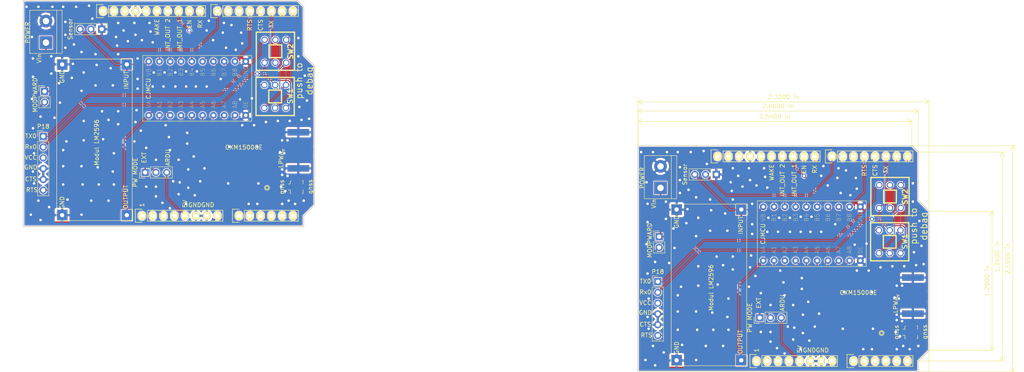
<source format=kicad_pcb>
(kicad_pcb (version 20171130) (host pcbnew "(5.1.2)-2")
  (title_block (date "lun. 30 mars 2015"))
  (layers (0 F.Cu signal) (31 B.Cu signal) (34 B.Paste user) (35 F.Paste user) (36 B.SilkS user) (37 F.SilkS user) (38 B.Mask user) (39 F.Mask user) (44 Edge.Cuts user))
  (net 0 "")
  (net 1 /IOREF)
  (net 2 /Reset)
  (net 3 +5V)
  (net 4 GND)
  (net 5 /A0)
  (net 6 /A1)
  (net 7 /A2)
  (net 8 /A3)
  (net 9 /AREF)
  (net 10 "/A4(SDA)")
  (net 11 "/A5(SCL)")
  (net 12 "/9(**)")
  (net 13 /8)
  (net 14 /7)
  (net 15 "/6(**)")
  (net 16 "/5(**)")
  (net 17 /4)
  (net 18 "/3(**)")
  (net 19 /2)
  (net 20 "/1(Tx)")
  (net 21 "/0(Rx)")
  (net 22 "/13(SCK)")
  (net 23 "Net-(P1-Pad1)")
  (net 24 +3V3)
  (net 25 "/12(MISO)")
  (net 26 "Net-(J1-Pad1)")
  (net 27 "Net-(J2-Pad1)")
  (net 28 /+2V)
  (net 29 "/11(**_MOSI)")
  (net 30 "/10(**_SS)")
  (net 31 /TX)
  (net 32 /RX)
  (net 33 "Net-(TXS0108E-8_1-Pad2)")
  (net 34 "Net-(TXS0108E-8_1-Pad3)")
  (net 35 "Net-(TXS0108E-8_1-Pad4)")
  (net 36 "Net-(TXS0108E-8_1-Pad5)")
  (net 37 "Net-(TXS0108E-8_1-Pad6)")
  (net 38 "Net-(TXS0108E-8_1-Pad7)")
  (net 39 "Net-(TXS0108E-8_1-Pad8)")
  (net 40 "Net-(TXS0108E-8_1-Pad9)")
  (net 41 "Net-(U1-Pad38)")
  (net 42 "Net-(U1-Pad20)")
  (net 43 "Net-(U1-Pad19)")
  (net 44 "Net-(U1-Pad18)")
  (net 45 "/A5(SCL)_l")
  (net 46 "/A4(SDA)_l")
  (net 47 /RX0)
  (net 48 /TX0)
  (net 49 "Net-(U1-Pad26)")
  (net 50 "Net-(U1-Pad25)")
  (net 51 "Net-(U1-Pad47)")
  (net 52 "Net-(U1-Pad51)")
  (net 53 "Net-(U1-Pad52)")
  (net 54 "Net-(U1-Pad24)")
  (net 55 "Net-(U1-Pad23)")
  (net 56 "Net-(U1-Pad22)")
  (net 57 "Net-(U1-Pad21)")
  (net 58 "Net-(J3-Pad3)")
  (net 59 /Vext)
  (net 60 "Net-(J5-Pad2)")
  (net 61 "Net-(P18-Pad3)")
  (module Socket_Arduino_Uno:Socket_Strip_Arduino_1x06 (layer F.Cu) (at 71.12 67.945)
    (fp_text reference P2 hide)
    (fp_text value Analog)
    (pad 6 thru_hole oval (at 12.7 0) (size 1.7272 2.032) (drill 1.016) (layers *.Cu *.Mask F.SilkS) (net 11 "/A5(SCL)"))
    (pad 5 thru_hole oval (at 10.16 0) (size 1.7272 2.032) (drill 1.016) (layers *.Cu *.Mask F.SilkS) (net 10 "/A4(SDA)"))
    (pad 4 thru_hole oval (at 7.62 0) (size 1.7272 2.032) (drill 1.016) (layers *.Cu *.Mask F.SilkS) (net 8 /A3))
    (pad 3 thru_hole oval (at 5.08 0) (size 1.7272 2.032) (drill 1.016) (layers *.Cu *.Mask F.SilkS) (net 7 /A2))
    (pad 2 thru_hole oval (at 2.54 0) (size 1.7272 2.032) (drill 1.016) (layers *.Cu *.Mask F.SilkS) (net 6 /A1))
    (pad 1 thru_hole oval (at 0 0) (size 1.7272 2.032) (drill 1.016) (layers *.Cu *.Mask F.SilkS) (net 5 /A0))
  )
  (module Socket_Arduino_Uno:Socket_Strip_Arduino_1x08 (layer F.Cu) (at 48.26 67.945)
    (fp_text reference P1 hide)
    (fp_text value Power)
    (fp_text user 5V (at 10.16 -2.794 90) (layer F.SilkS))
    (fp_text user GND (at 12.446 -2.54 180) (layer F.SilkS))
    (fp_text user GND (at 15.494 -2.54) (layer F.SilkS))
    (pad 1 thru_hole oval (at 0 0) (size 1.7272 2.032) (drill 1.016) (layers *.Cu *.Mask F.SilkS) (net 23 "Net-(P1-Pad1)"))
    (pad 2 thru_hole oval (at 2.54 0) (size 1.7272 2.032) (drill 1.016) (layers *.Cu *.Mask F.SilkS) (net 1 /IOREF))
    (pad 3 thru_hole oval (at 5.08 0) (size 1.7272 2.032) (drill 1.016) (layers *.Cu *.Mask F.SilkS) (net 2 /Reset))
    (pad 4 thru_hole oval (at 7.62 0) (size 1.7272 2.032) (drill 1.016) (layers *.Cu *.Mask F.SilkS) (net 24 +3V3))
    (pad 5 thru_hole oval (at 10.16 0) (size 1.7272 2.032) (drill 1.016) (layers *.Cu *.Mask F.SilkS) (net 58 "Net-(J3-Pad3)"))
    (pad 6 thru_hole oval (at 12.7 0) (size 1.7272 2.032) (drill 1.016) (layers *.Cu *.Mask F.SilkS) (net 4 GND))
    (pad 7 thru_hole oval (at 15.24 0) (size 1.7272 2.032) (drill 1.016) (layers *.Cu *.Mask F.SilkS) (net 4 GND))
    (pad 8 thru_hole oval (at 17.78 0) (size 1.7272 2.032) (drill 1.016) (layers *.Cu *.Mask F.SilkS) (net 60 "Net-(J5-Pad2)"))
  )
  (module Connector_Coaxial:U.FL_Molex_MCRF_73412-0110_Vertical (layer F.Cu) (at 84.709 61.1505 270)
    (fp_text reference gnss (at -0.0635 -3.175 270) (layer F.SilkS))
    (fp_text value SMA)
    (fp_text user %R (at 0 3.5 270) (layer F.SilkS))
    (pad 1 smd rect (at 0 1.5 270) (size 1 1) (layers F.Cu F.Paste F.Mask) (net 26 "Net-(J1-Pad1)"))
    (pad 2 smd rect (at 0 -1.5 270) (size 1 1) (layers F.Cu F.Paste F.Mask) (net 4 GND))
    (pad 2 smd rect (at 1.475 0 270) (size 1.05 2.2) (layers F.Cu F.Paste F.Mask) (net 4 GND))
    (pad 2 smd rect (at -1.475 0 270) (size 1.05 2.2) (layers F.Cu F.Paste F.Mask) (net 4 GND))
  )
  (module Connector_Coaxial:SMA_Amphenol_132289_EdgeMount (layer F.Cu) (at 85.09 52.5145)
    (fp_text reference LPWA (at -4.064 2.2225 90) (layer F.SilkS))
    (fp_text value SMA)
    (pad 1 smd rect (at 0 0 90) (size 1.5 5.08) (layers F.Cu F.Paste F.Mask) (net 27 "Net-(J2-Pad1)"))
    (pad 2 smd rect (at 0 -4.25 90) (size 1.5 5.08) (layers F.Cu F.Paste F.Mask) (net 4 GND))
    (pad 2 smd rect (at 0 4.25 90) (size 1.5 5.08) (layers F.Cu F.Paste F.Mask) (net 4 GND))
    (pad 2 smd rect (at 0 -4.25 90) (size 1.5 5.08) (layers B.Cu B.Paste B.Mask) (net 4 GND))
    (pad 2 smd rect (at 0 4.25 90) (size 1.5 5.08) (layers B.Cu B.Paste B.Mask) (net 4 GND))
  )
  (module modul:modul_lvl_dc-dc_lm2596 (layer F.Cu) (at 38.354 36.068 270)
    (fp_text reference LM2596_1 hide)
    (fp_text value modul_dc-dc_lm2596 hide)
    (fp_text user "Modul LM2596" (at 14.605 0.762 270) (layer F.SilkS))
    (fp_text user INPUT (at -0.127 -6.223 270) (layer F.SilkS))
    (fp_text user GND (at -0.889 8.89 270) (layer F.SilkS))
    (fp_text user GND (at 28.829 8.89 270) (layer F.SilkS))
    (fp_text user OUTPUT (at 27.432 -6.096 270) (layer F.SilkS))
    (pad 1 thru_hole rect (at -3.81 -6.35 270) (size 2.524 2.524) (drill 1) (layers *.Cu *.Mask) (net 3 +5V))
    (pad 2 thru_hole rect (at -3.81 8.89 270) (size 2.524 2.524) (drill 1) (layers *.Cu *.Mask) (net 4 GND))
    (pad 3 thru_hole rect (at 31.75 -6.35 270) (size 2.524 2.524) (drill 1) (layers *.Cu *.Mask) (net 28 /+2V))
    (pad 4 thru_hole rect (at 31.75 8.89 270) (size 2.524 2.524) (drill 1) (layers *.Cu *.Mask) (net 4 GND))
  )
  (module modul:modul_lvl_conveter_cjmcu (layer F.Cu) (at 49.8475 44.2595 90)
    (fp_text reference CJMCU (at 6.2865 -0.0635 90) (layer F.SilkS))
    (fp_text value modul_lvl-conveter_cjmcu hide)
    (fp_text user VA (at 2.54 0 90) (layer F.SilkS) (effects (font (thickness 0.05))))
    (fp_text user A1 (at 2.54 2.54 90) (layer F.SilkS) (effects (font (thickness 0.05))))
    (fp_text user A2 (at 2.54 5.08 90) (layer F.SilkS) (effects (font (thickness 0.05))))
    (fp_text user A3 (at 2.54 7.62 90) (layer F.SilkS) (effects (font (thickness 0.05))))
    (fp_text user A4 (at 2.54 10.16 90) (layer F.SilkS) (effects (font (thickness 0.05))))
    (fp_text user A5 (at 2.54 12.7 90) (layer F.SilkS) (effects (font (thickness 0.05))))
    (fp_text user A6 (at 2.54 15.24 90) (layer F.SilkS) (effects (font (thickness 0.05))))
    (fp_text user A7 (at 2.54 17.78 90) (layer F.SilkS) (effects (font (thickness 0.05))))
    (fp_text user A8 (at 2.54 20.32 90) (layer F.SilkS) (effects (font (thickness 0.05))))
    (fp_text user 0E (at 2.54 22.86 90) (layer F.SilkS) (effects (font (thickness 0.05))))
    (fp_text user GND (at 10.16 22.86 90) (layer F.SilkS) (effects (font (thickness 0.05))))
    (fp_text user B8 (at 10.16 20.32 90) (layer F.SilkS) (effects (font (thickness 0.05))))
    (fp_text user B7 (at 10.16 17.78 90) (layer F.SilkS) (effects (font (thickness 0.05))))
    (fp_text user B6 (at 10.16 15.24 90) (layer F.SilkS) (effects (font (thickness 0.05))))
    (fp_text user B5 (at 10.16 12.7 90) (layer F.SilkS) (effects (font (thickness 0.05))))
    (fp_text user B4 (at 10.16 10.16 90) (layer F.SilkS) (effects (font (thickness 0.05))))
    (fp_text user B3 (at 10.16 7.62 90) (layer F.SilkS) (effects (font (thickness 0.05))))
    (fp_text user B2 (at 10.16 5.08 90) (layer F.SilkS) (effects (font (thickness 0.05))))
    (fp_text user B1 (at 10.16 2.54 90) (layer F.SilkS) (effects (font (thickness 0.05))))
    (fp_text user VB (at 10.16 0 90) (layer F.SilkS) (effects (font (thickness 0.05))))
    (pad 20 thru_hole circle (at 12.7 0 90) (size 1.6 1.6) (drill 0.8) (layers *.Cu *.Mask) (net 3 +5V))
    (pad 19 thru_hole circle (at 12.7 2.54 90) (size 1.6 1.6) (drill 0.8) (layers *.Cu *.Mask) (net 25 "/12(MISO)"))
    (pad 18 thru_hole circle (at 12.7 5.08 90) (size 1.6 1.6) (drill 0.8) (layers *.Cu *.Mask) (net 29 "/11(**_MOSI)"))
    (pad 17 thru_hole circle (at 12.7 7.62 90) (size 1.6 1.6) (drill 0.8) (layers *.Cu *.Mask) (net 12 "/9(**)"))
    (pad 16 thru_hole circle (at 12.7 10.16 90) (size 1.6 1.6) (drill 0.8) (layers *.Cu *.Mask) (net 30 "/10(**_SS)"))
    (pad 15 thru_hole circle (at 12.7 12.7 90) (size 1.6 1.6) (drill 0.8) (layers *.Cu *.Mask) (net 18 "/3(**)"))
    (pad 14 thru_hole circle (at 12.7 15.24 90) (size 1.6 1.6) (drill 0.8) (layers *.Cu *.Mask) (net 32 /RX))
    (pad 13 thru_hole circle (at 12.7 17.78 90) (size 1.6 1.6) (drill 0.8) (layers *.Cu *.Mask) (net 31 /TX))
    (pad 12 thru_hole circle (at 12.7 20.32 90) (size 1.6 1.6) (drill 0.8) (layers *.Cu *.Mask) (net 17 /4))
    (pad 11 thru_hole circle (at 12.7 22.86 90) (size 1.6 1.6) (drill 0.8) (layers *.Cu *.Mask) (net 4 GND))
    (pad 10 thru_hole circle (at 0 22.86 90) (size 1.6 1.6) (drill 0.8) (layers *.Cu *.Mask) (net 4 GND))
    (pad 9 thru_hole circle (at 0 20.32 90) (size 1.6 1.6) (drill 0.8) (layers *.Cu *.Mask) (net 40 "Net-(TXS0108E-8_1-Pad9)"))
    (pad 8 thru_hole circle (at 0 17.78 90) (size 1.6 1.6) (drill 0.8) (layers *.Cu *.Mask) (net 39 "Net-(TXS0108E-8_1-Pad8)"))
    (pad 7 thru_hole circle (at 0 15.24 90) (size 1.6 1.6) (drill 0.8) (layers *.Cu *.Mask) (net 38 "Net-(TXS0108E-8_1-Pad7)"))
    (pad 6 thru_hole circle (at 0 12.7 90) (size 1.6 1.6) (drill 0.8) (layers *.Cu *.Mask) (net 37 "Net-(TXS0108E-8_1-Pad6)"))
    (pad 5 thru_hole circle (at 0 10.16 90) (size 1.6 1.6) (drill 0.8) (layers *.Cu *.Mask) (net 36 "Net-(TXS0108E-8_1-Pad5)"))
    (pad 4 thru_hole circle (at 0 7.62 90) (size 1.6 1.6) (drill 0.8) (layers *.Cu *.Mask) (net 35 "Net-(TXS0108E-8_1-Pad4)"))
    (pad 3 thru_hole circle (at 0 5.08 90) (size 1.6 1.6) (drill 0.8) (layers *.Cu *.Mask) (net 34 "Net-(TXS0108E-8_1-Pad3)"))
    (pad 2 thru_hole circle (at 0 2.54 90) (size 1.6 1.6) (drill 0.8) (layers *.Cu *.Mask) (net 33 "Net-(TXS0108E-8_1-Pad2)"))
    (pad 1 thru_hole circle (at 0 0 90) (size 1.6 1.6) (drill 0.8) (layers *.Cu *.Mask) (net 28 /+2V))
  )
  (module Socket_Arduino_Uno:Socket_Strip_Arduino_1x08 (layer F.Cu) (at 66.04 19.685)
    (fp_text reference P4 hide)
    (fp_text value Digital hide)
    (fp_text user TX (at 12.7 3.048 90) (layer F.SilkS))
    (fp_text user CTS (at 10.16 3.302 90) (layer F.SilkS))
    (fp_text user RTS (at 7.62 3.302 90) (layer F.SilkS))
    (pad 1 thru_hole oval (at 0 0) (size 1.7272 2.032) (drill 1.016) (layers *.Cu *.Mask F.SilkS) (net 14 /7))
    (pad 2 thru_hole oval (at 2.54 0) (size 1.7272 2.032) (drill 1.016) (layers *.Cu *.Mask F.SilkS) (net 15 "/6(**)"))
    (pad 3 thru_hole oval (at 5.08 0) (size 1.7272 2.032) (drill 1.016) (layers *.Cu *.Mask F.SilkS) (net 16 "/5(**)"))
    (pad 4 thru_hole oval (at 7.62 0) (size 1.7272 2.032) (drill 1.016) (layers *.Cu *.Mask F.SilkS) (net 17 /4))
    (pad 5 thru_hole oval (at 10.16 0) (size 1.7272 2.032) (drill 1.016) (layers *.Cu *.Mask F.SilkS) (net 18 "/3(**)"))
    (pad 6 thru_hole oval (at 12.7 0) (size 1.7272 2.032) (drill 1.016) (layers *.Cu *.Mask F.SilkS) (net 19 /2))
    (pad 7 thru_hole oval (at 15.24 0) (size 1.7272 2.032) (drill 1.016) (layers *.Cu *.Mask F.SilkS) (net 20 "/1(Tx)"))
    (pad 8 thru_hole oval (at 17.78 0) (size 1.7272 2.032) (drill 1.016) (layers *.Cu *.Mask F.SilkS) (net 21 "/0(Rx)"))
  )
  (module Socket_Arduino_Uno:Socket_Strip_Arduino_1x10 (layer F.Cu) (at 39.116 19.685)
    (fp_text reference P3 hide)
    (fp_text value Digital hide)
    (fp_text user RX (at 22.86 3.048 90) (layer F.SilkS))
    (fp_text user "INT_OUT 1" (at 18.034 5.588 90) (layer F.SilkS))
    (fp_text user WAKE (at 12.7 3.81 90) (layer F.SilkS))
    (fp_text user EN (at 20.32 3.048 90) (layer F.SilkS))
    (fp_text user "INT_OUT 2" (at 15.24 5.588 90) (layer F.SilkS))
    (pad 10 thru_hole oval (at 22.86 0) (size 1.7272 2.032) (drill 1.016) (layers *.Cu *.Mask F.SilkS) (net 13 /8))
    (pad 9 thru_hole oval (at 20.32 0) (size 1.7272 2.032) (drill 1.016) (layers *.Cu *.Mask F.SilkS) (net 12 "/9(**)"))
    (pad 8 thru_hole oval (at 17.78 0) (size 1.7272 2.032) (drill 1.016) (layers *.Cu *.Mask F.SilkS) (net 30 "/10(**_SS)"))
    (pad 7 thru_hole oval (at 15.24 0) (size 1.7272 2.032) (drill 1.016) (layers *.Cu *.Mask F.SilkS) (net 29 "/11(**_MOSI)"))
    (pad 6 thru_hole oval (at 12.7 0) (size 1.7272 2.032) (drill 1.016) (layers *.Cu *.Mask F.SilkS) (net 25 "/12(MISO)"))
    (pad 5 thru_hole oval (at 10.16 0) (size 1.7272 2.032) (drill 1.016) (layers *.Cu *.Mask F.SilkS) (net 22 "/13(SCK)"))
    (pad 4 thru_hole oval (at 7.62 0) (size 1.7272 2.032) (drill 1.016) (layers *.Cu *.Mask F.SilkS) (net 4 GND))
    (pad 3 thru_hole oval (at 5.08 0) (size 1.7272 2.032) (drill 1.016) (layers *.Cu *.Mask F.SilkS) (net 9 /AREF))
    (pad 2 thru_hole oval (at 2.54 0) (size 1.7272 2.032) (drill 1.016) (layers *.Cu *.Mask F.SilkS) (net 46 "/A4(SDA)_l"))
    (pad 1 thru_hole oval (at 0 0) (size 1.7272 2.032) (drill 1.016) (layers *.Cu *.Mask F.SilkS) (net 45 "/A5(SCL)_l"))
  )
  (module Switches:Switch_DPDT_6p_TH (layer F.Cu) (at 79.629 39.8145 270)
    (fp_text reference SW1 (at -0.0635 -3.556 90) (layer F.SilkS) (effects (font (size 1.2 1.2) (thickness 0.2))))
    (fp_text value SWITCH-DPDT hide)
    (pad 5 thru_hole circle (at 2.7 0 270) (size 1.524 1.524) (drill 1.016) (layers *.Cu *.Mask) (net 21 "/0(Rx)"))
    (pad 2 thru_hole circle (at -2.7 0 270) (size 1.524 1.524) (drill 1.016) (layers *.Cu *.Mask) (net 20 "/1(Tx)"))
    (pad 3 thru_hole circle (at -2.7 2.54 270) (size 1.524 1.524) (drill 1.016) (layers *.Cu *.Mask) (net 32 /RX))
    (pad 1 thru_hole circle (at -2.7 -2.54 270) (size 1.524 1.524) (drill 1.016) (layers *.Cu *.Mask) (net 13 /8))
    (pad 6 thru_hole circle (at 2.7 2.54 270) (size 1.524 1.524) (drill 1.016) (layers *.Cu *.Mask) (net 19 /2))
    (pad 4 thru_hole circle (at 2.7 -2.54 270) (size 1.524 1.524) (drill 1.016) (layers *.Cu *.Mask) (net 31 /TX))
  )
  (module Connector_PinHeader_2.54mm:PinHeader_1x06_P2.54mm_Vertical (layer F.Cu) (at 25.019 49.2125)
    (fp_text reference P18 (at 0 -2.33) (layer F.SilkS))
    (fp_text value "PIN FTDI" hide)
    (fp_text user GND (at -2.921 7.3025) (layer F.SilkS))
    (fp_text user CTS (at -2.921 10.0965) (layer F.SilkS))
    (fp_text user RTS (at -2.667 12.6365) (layer F.SilkS))
    (fp_text user VCC (at -2.921 5.0165) (layer F.SilkS))
    (fp_text user Rx0 (at -2.921 2.4765) (layer F.SilkS))
    (fp_text user TX0 (at -2.921 -0.0635) (layer F.SilkS))
    (pad 1 thru_hole rect (at 0 0) (size 1.7 1.7) (drill 1) (layers *.Cu *.Mask) (net 48 /TX0))
    (pad 2 thru_hole oval (at 0 2.54) (size 1.7 1.7) (drill 1) (layers *.Cu *.Mask) (net 47 /RX0))
    (pad 3 thru_hole oval (at 0 5.08) (size 1.7 1.7) (drill 1) (layers *.Cu *.Mask) (net 61 "Net-(P18-Pad3)"))
    (pad 4 thru_hole oval (at 0 7.62) (size 1.7 1.7) (drill 1) (layers *.Cu *.Mask) (net 4 GND))
    (pad 5 thru_hole oval (at 0 10.16) (size 1.7 1.7) (drill 1) (layers *.Cu *.Mask) (net 4 GND))
    (pad 6 thru_hole oval (at 0 12.7) (size 1.7 1.7) (drill 1) (layers *.Cu *.Mask) (net 2 /Reset))
  )
  (module Connector_PinHeader_2.54mm:PinHeader_1x03_P2.54mm_Vertical (layer F.Cu) (at 38.7985 23.9395 270)
    (fp_text reference P90 hide)
    (fp_text value Sensor (at 0 7.41 270) (layer F.SilkS))
    (pad 1 thru_hole rect (at 0 0 270) (size 1.7 1.7) (drill 1) (layers *.Cu *.Mask) (net 4 GND))
    (pad 2 thru_hole oval (at 0 2.54 270) (size 1.7 1.7) (drill 1) (layers *.Cu *.Mask) (net 14 /7))
    (pad 3 thru_hole oval (at 0 5.08 270) (size 1.7 1.7) (drill 1) (layers *.Cu *.Mask) (net 3 +5V))
  )
  (module Switches:Switch_DPDT_6p_TH (layer F.Cu) (at 79.6925 29.1465 270)
    (fp_text reference SW2 (at 0.0635 -3.556 270) (layer F.SilkS) (effects (font (size 1.2 1.2) (thickness 0.25))))
    (fp_text value SWITCH-DPDT hide)
    (pad 4 thru_hole circle (at 2.7 -2.54 270) (size 1.524 1.524) (drill 1.016) (layers *.Cu *.Mask) (net 47 /RX0))
    (pad 6 thru_hole circle (at 2.7 2.54 270) (size 1.524 1.524) (drill 1.016) (layers *.Cu *.Mask) (net 20 "/1(Tx)"))
    (pad 1 thru_hole circle (at -2.7 -2.54 270) (size 1.524 1.524) (drill 1.016) (layers *.Cu *.Mask) (net 21 "/0(Rx)"))
    (pad 3 thru_hole circle (at -2.7 2.54 270) (size 1.524 1.524) (drill 1.016) (layers *.Cu *.Mask) (net 48 /TX0))
    (pad 2 thru_hole circle (at -2.7 0 270) (size 1.524 1.524) (drill 1.016) (layers *.Cu *.Mask) (net 13 /8))
    (pad 5 thru_hole circle (at 2.7 0 270) (size 1.524 1.524) (drill 1.016) (layers *.Cu *.Mask) (net 19 /2))
  )
  (module modul:_CXM1501GE (layer F.Cu) (at 80.01 48.387 270)
    (fp_text reference U1 hide)
    (fp_text value CXM1500GE (at 3.429 7.747) (layer F.SilkS))
    (pad 44 smd rect (at 14.6 13.9 270) (size 1 0.55) (layers F.Cu F.Paste F.Mask) (net 4 GND))
    (pad 45 smd rect (at 14.6 12.9 270) (size 1 0.55) (layers F.Cu F.Paste F.Mask) (net 4 GND))
    (pad 46 smd rect (at 14.6 11.9 270) (size 1 0.55) (layers F.Cu F.Paste F.Mask) (net 4 GND))
    (pad 47 smd rect (at 14.6 10.9 270) (size 1 0.55) (layers F.Cu F.Paste F.Mask) (net 51 "Net-(U1-Pad47)"))
    (pad 42 smd rect (at 13.3 15.2 270) (size 0.5 1) (layers F.Cu F.Paste F.Mask) (net 4 GND))
    (pad 41 smd rect (at 12.3 15.2 270) (size 0.5 1) (layers F.Cu F.Paste F.Mask) (net 4 GND))
    (pad 40 smd rect (at 11.3 15.2 270) (size 0.5 1) (layers F.Cu F.Paste F.Mask) (net 28 /+2V))
    (pad 39 smd rect (at 10.3 15.2 270) (size 0.5 1) (layers F.Cu F.Paste F.Mask) (net 41 "Net-(U1-Pad38)"))
    (pad 15 smd rect (at 0 0.6 270) (size 1.2 1.2) (layers F.Cu F.Paste F.Mask) (net 4 GND))
    (pad 29 smd rect (at 0 15.2 270) (size 1.2 1.2) (layers F.Cu F.Paste F.Mask) (net 4 GND))
    (pad 1 smd rect (at 14.6 0.6 270) (size 1.2 1.2) (layers F.Cu F.Paste F.Mask) (net 4 GND))
    (pad 43 smd rect (at 14.6 15.2 270) (size 1.2 1.2) (layers F.Cu F.Paste F.Mask) (net 4 GND))
    (pad 57 smd rect (at 7.6 8 270) (size 4 4) (layers F.Cu F.Paste F.Mask) (net 4 GND))
    (pad 16 smd rect (at 0 1.9 270) (size 1 0.5) (layers F.Cu F.Paste F.Mask) (net 4 GND))
    (pad 17 smd rect (at 0 2.9 270) (size 1 0.5) (layers F.Cu F.Paste F.Mask) (net 4 GND))
    (pad 18 smd rect (at 0 3.9 270) (size 1 0.5) (layers F.Cu F.Paste F.Mask) (net 44 "Net-(U1-Pad18)"))
    (pad 19 smd rect (at 0 4.9 270) (size 1 0.5) (layers F.Cu F.Paste F.Mask) (net 43 "Net-(U1-Pad19)"))
    (pad 20 smd rect (at 0 5.9 270) (size 1 0.5) (layers F.Cu F.Paste F.Mask) (net 42 "Net-(U1-Pad20)"))
    (pad 21 smd rect (at 0 6.9 270) (size 1 0.5) (layers F.Cu F.Paste F.Mask) (net 57 "Net-(U1-Pad21)"))
    (pad 22 smd rect (at 0 7.9 270) (size 1 0.5) (layers F.Cu F.Paste F.Mask) (net 56 "Net-(U1-Pad22)"))
    (pad 23 smd rect (at 0 8.9 270) (size 1 0.5) (layers F.Cu F.Paste F.Mask) (net 55 "Net-(U1-Pad23)"))
    (pad 24 smd rect (at 0 9.9 270) (size 1 0.5) (layers F.Cu F.Paste F.Mask) (net 54 "Net-(U1-Pad24)"))
    (pad 14 smd rect (at 1.3 0.6 270) (size 0.5 1) (layers F.Cu F.Paste F.Mask) (net 4 GND))
    (pad 13 smd rect (at 2.3 0.6 270) (size 0.5 1) (layers F.Cu F.Paste F.Mask) (net 4 GND))
    (pad 12 smd rect (at 3.3 0.6 270) (size 0.5 1) (layers F.Cu F.Paste F.Mask) (net 27 "Net-(J2-Pad1)"))
    (pad 11 smd rect (at 4.3 0.6 270) (size 0.5 1) (layers F.Cu F.Paste F.Mask) (net 4 GND))
    (pad 10 smd rect (at 5.3 0.6 270) (size 0.5 1) (layers F.Cu F.Paste F.Mask) (net 4 GND))
    (pad 9 smd rect (at 6.3 0.6 270) (size 0.5 1) (layers F.Cu F.Paste F.Mask) (net 4 GND))
    (pad 8 smd rect (at 7.3 0.6 270) (size 0.5 1) (layers F.Cu F.Paste F.Mask) (net 4 GND))
    (pad 7 smd rect (at 8.3 0.6 270) (size 0.5 1) (layers F.Cu F.Paste F.Mask) (net 4 GND))
    (pad 6 smd rect (at 9.3 0.6 270) (size 0.5 1) (layers F.Cu F.Paste F.Mask) (net 4 GND))
    (pad 56 smd rect (at 14.6 1.9 270) (size 1 0.55) (layers F.Cu F.Paste F.Mask) (net 4 GND))
    (pad 55 smd rect (at 14.6 2.9 270) (size 1 0.55) (layers F.Cu F.Paste F.Mask) (net 4 GND))
    (pad 54 smd rect (at 14.6 3.9 270) (size 1 0.55) (layers F.Cu F.Paste F.Mask) (net 4 GND))
    (pad 53 smd rect (at 14.6 4.9 270) (size 1 0.55) (layers F.Cu F.Paste F.Mask) (net 4 GND))
    (pad 52 smd rect (at 14.6 5.9 270) (size 1 0.55) (layers F.Cu F.Paste F.Mask) (net 53 "Net-(U1-Pad52)"))
    (pad 51 smd rect (at 14.6 6.9 270) (size 1 0.55) (layers F.Cu F.Paste F.Mask) (net 52 "Net-(U1-Pad51)"))
    (pad 50 smd rect (at 14.6 7.9 270) (size 1 0.55) (layers F.Cu F.Paste F.Mask) (net 34 "Net-(TXS0108E-8_1-Pad3)"))
    (pad 49 smd rect (at 14.6 8.9 270) (size 1 0.55) (layers F.Cu F.Paste F.Mask) (net 33 "Net-(TXS0108E-8_1-Pad2)"))
    (pad 48 smd rect (at 14.6 9.9 270) (size 1 0.55) (layers F.Cu F.Paste F.Mask) (net 51 "Net-(U1-Pad47)"))
    (pad 30 smd rect (at 1.3 15.2 270) (size 0.5 1) (layers F.Cu F.Paste F.Mask) (net 4 GND))
    (pad 31 smd rect (at 2.3 15.2 270) (size 0.5 1) (layers F.Cu F.Paste F.Mask) (net 4 GND))
    (pad 32 smd rect (at 3.3 15.2 270) (size 0.5 1) (layers F.Cu F.Paste F.Mask) (net 40 "Net-(TXS0108E-8_1-Pad9)"))
    (pad 33 smd rect (at 4.3 15.2 270) (size 0.5 1) (layers F.Cu F.Paste F.Mask) (net 39 "Net-(TXS0108E-8_1-Pad8)"))
    (pad 34 smd rect (at 5.3 15.2 270) (size 0.5 1) (layers F.Cu F.Paste F.Mask) (net 38 "Net-(TXS0108E-8_1-Pad7)"))
    (pad 35 smd rect (at 6.3 15.2 270) (size 0.5 1) (layers F.Cu F.Paste F.Mask) (net 37 "Net-(TXS0108E-8_1-Pad6)"))
    (pad 36 smd rect (at 7.3 15.2 270) (size 0.5 1) (layers F.Cu F.Paste F.Mask) (net 36 "Net-(TXS0108E-8_1-Pad5)"))
    (pad 37 smd rect (at 8.3 15.2 270) (size 0.5 1) (layers F.Cu F.Paste F.Mask) (net 35 "Net-(TXS0108E-8_1-Pad4)"))
    (pad 38 smd rect (at 9.3 15.2 270) (size 0.5 1) (layers F.Cu F.Paste F.Mask) (net 41 "Net-(U1-Pad38)"))
    (pad 5 smd rect (at 10.3 0.6 270) (size 0.5 1) (layers F.Cu F.Paste F.Mask) (net 4 GND))
    (pad 4 smd rect (at 11.3 0.6 270) (size 0.5 1) (layers F.Cu F.Paste F.Mask) (net 26 "Net-(J1-Pad1)"))
    (pad 3 smd rect (at 12.3 0.6 270) (size 0.5 1) (layers F.Cu F.Paste F.Mask) (net 4 GND))
    (pad 2 smd rect (at 13.3 0.6 270) (size 0.5 1) (layers F.Cu F.Paste F.Mask) (net 4 GND))
    (pad 25 smd rect (at 0 10.9 270) (size 1 0.5) (layers F.Cu F.Paste F.Mask) (net 50 "Net-(U1-Pad25)"))
    (pad 26 smd rect (at 0 11.9 270) (size 1 0.5) (layers F.Cu F.Paste F.Mask) (net 49 "Net-(U1-Pad26)"))
    (pad 27 smd rect (at 0 12.9 270) (size 1 0.5) (layers F.Cu F.Paste F.Mask) (net 4 GND))
    (pad 28 smd rect (at 0 13.9 270) (size 1 0.5) (layers F.Cu F.Paste F.Mask) (net 4 GND))
  )
  (module TerminalBlock:TerminalBlock_bornier-2_P5.08mm (layer F.Cu) (at 25.654 27.1145 90)
    (fp_text reference POWER (at 2.3495 -4.318 90) (layer F.SilkS))
    (fp_text value Screw_Terminal_01x03)
    (pad 1 thru_hole rect (at 0 0 90) (size 3 3) (drill 1.52) (layers *.Cu *.Mask) (net 59 /Vext))
    (pad 2 thru_hole circle (at 5.08 0 90) (size 3 3) (drill 1.52) (layers *.Cu *.Mask) (net 4 GND))
  )
  (module Connector_PinHeader_2.54mm:PinHeader_1x03_P2.54mm_Vertical (layer F.Cu) (at 49.022 57.7215 90)
    (fp_text reference "PW MODE" (at 0 -2.33 90) (layer F.SilkS))
    (fp_text value con_pwr_ardu)
    (fp_text user ARDU (at 3.4925 5.334 90) (layer F.SilkS))
    (fp_text user EXT (at 3.4925 -0.254 90) (layer F.SilkS))
    (pad 1 thru_hole rect (at 0 0 90) (size 1.7 1.7) (drill 1) (layers *.Cu *.Mask) (net 59 /Vext))
    (pad 2 thru_hole oval (at 0 2.54 90) (size 1.7 1.7) (drill 1) (layers *.Cu *.Mask) (net 3 +5V))
    (pad 3 thru_hole oval (at 0 5.08 90) (size 1.7 1.7) (drill 1) (layers *.Cu *.Mask) (net 58 "Net-(J3-Pad3)"))
  )
  (module Connector_PinHeader_2.54mm:PinHeader_1x02_P2.54mm_Vertical (layer F.Cu) (at 25.3365 38.608)
    (fp_text reference MODPWARD (at -2.2225 0.889 90) (layer F.SilkS))
    (fp_text value Conn_01x02_Male)
    (pad 1 thru_hole rect (at 0 0) (size 1.7 1.7) (drill 1) (layers *.Cu *.Mask) (net 59 /Vext))
    (pad 2 thru_hole oval (at 0 2.54) (size 1.7 1.7) (drill 1) (layers *.Cu *.Mask) (net 60 "Net-(J5-Pad2)"))
  )
  (module Connector_PinHeader_2.54mm:PinHeader_1x02_P2.54mm_Vertical (layer F.Cu) (at 170.0657 72.8726)
    (fp_text reference MODPWARD (at -2.2225 0.889 90) (layer F.SilkS))
    (fp_text value Conn_01x02_Male)
    (pad 2 thru_hole oval (at 0 2.54) (size 1.7 1.7) (drill 1) (layers *.Cu *.Mask) (net 60 "Net-(J5-Pad2)"))
    (pad 1 thru_hole rect (at 0 0) (size 1.7 1.7) (drill 1) (layers *.Cu *.Mask) (net 59 /Vext))
  )
  (module Connector_PinHeader_2.54mm:PinHeader_1x03_P2.54mm_Vertical (layer F.Cu) (at 193.7512 91.9861 90)
    (fp_text reference "PW MODE" (at 0 -2.33 90) (layer F.SilkS))
    (fp_text value con_pwr_ardu)
    (fp_text user EXT (at 3.4925 -0.254 90) (layer F.SilkS))
    (fp_text user ARDU (at 3.4925 5.334 90) (layer F.SilkS))
    (pad 3 thru_hole oval (at 0 5.08 90) (size 1.7 1.7) (drill 1) (layers *.Cu *.Mask) (net 58 "Net-(J3-Pad3)"))
    (pad 2 thru_hole oval (at 0 2.54 90) (size 1.7 1.7) (drill 1) (layers *.Cu *.Mask) (net 3 +5V))
    (pad 1 thru_hole rect (at 0 0 90) (size 1.7 1.7) (drill 1) (layers *.Cu *.Mask) (net 59 /Vext))
  )
  (module TerminalBlock:TerminalBlock_bornier-2_P5.08mm (layer F.Cu) (at 170.3832 61.3791 90)
    (fp_text reference POWER (at 2.3495 -4.318 90) (layer F.SilkS))
    (fp_text value Screw_Terminal_01x03)
    (pad 2 thru_hole circle (at 5.08 0 90) (size 3 3) (drill 1.52) (layers *.Cu *.Mask) (net 4 GND))
    (pad 1 thru_hole rect (at 0 0 90) (size 3 3) (drill 1.52) (layers *.Cu *.Mask) (net 59 /Vext))
  )
  (module modul:_CXM1501GE (layer F.Cu) (at 224.7392 82.6516 270)
    (fp_text reference U1 hide)
    (fp_text value CXM1500GE (at 3.429 7.747) (layer F.SilkS))
    (pad 28 smd rect (at 0 13.9 270) (size 1 0.5) (layers F.Cu F.Paste F.Mask) (net 4 GND))
    (pad 27 smd rect (at 0 12.9 270) (size 1 0.5) (layers F.Cu F.Paste F.Mask) (net 4 GND))
    (pad 26 smd rect (at 0 11.9 270) (size 1 0.5) (layers F.Cu F.Paste F.Mask) (net 49 "Net-(U1-Pad26)"))
    (pad 25 smd rect (at 0 10.9 270) (size 1 0.5) (layers F.Cu F.Paste F.Mask) (net 50 "Net-(U1-Pad25)"))
    (pad 2 smd rect (at 13.3 0.6 270) (size 0.5 1) (layers F.Cu F.Paste F.Mask) (net 4 GND))
    (pad 3 smd rect (at 12.3 0.6 270) (size 0.5 1) (layers F.Cu F.Paste F.Mask) (net 4 GND))
    (pad 4 smd rect (at 11.3 0.6 270) (size 0.5 1) (layers F.Cu F.Paste F.Mask) (net 26 "Net-(J1-Pad1)"))
    (pad 5 smd rect (at 10.3 0.6 270) (size 0.5 1) (layers F.Cu F.Paste F.Mask) (net 4 GND))
    (pad 38 smd rect (at 9.3 15.2 270) (size 0.5 1) (layers F.Cu F.Paste F.Mask) (net 41 "Net-(U1-Pad38)"))
    (pad 37 smd rect (at 8.3 15.2 270) (size 0.5 1) (layers F.Cu F.Paste F.Mask) (net 35 "Net-(TXS0108E-8_1-Pad4)"))
    (pad 36 smd rect (at 7.3 15.2 270) (size 0.5 1) (layers F.Cu F.Paste F.Mask) (net 36 "Net-(TXS0108E-8_1-Pad5)"))
    (pad 35 smd rect (at 6.3 15.2 270) (size 0.5 1) (layers F.Cu F.Paste F.Mask) (net 37 "Net-(TXS0108E-8_1-Pad6)"))
    (pad 34 smd rect (at 5.3 15.2 270) (size 0.5 1) (layers F.Cu F.Paste F.Mask) (net 38 "Net-(TXS0108E-8_1-Pad7)"))
    (pad 33 smd rect (at 4.3 15.2 270) (size 0.5 1) (layers F.Cu F.Paste F.Mask) (net 39 "Net-(TXS0108E-8_1-Pad8)"))
    (pad 32 smd rect (at 3.3 15.2 270) (size 0.5 1) (layers F.Cu F.Paste F.Mask) (net 40 "Net-(TXS0108E-8_1-Pad9)"))
    (pad 31 smd rect (at 2.3 15.2 270) (size 0.5 1) (layers F.Cu F.Paste F.Mask) (net 4 GND))
    (pad 30 smd rect (at 1.3 15.2 270) (size 0.5 1) (layers F.Cu F.Paste F.Mask) (net 4 GND))
    (pad 48 smd rect (at 14.6 9.9 270) (size 1 0.55) (layers F.Cu F.Paste F.Mask) (net 51 "Net-(U1-Pad47)"))
    (pad 49 smd rect (at 14.6 8.9 270) (size 1 0.55) (layers F.Cu F.Paste F.Mask) (net 33 "Net-(TXS0108E-8_1-Pad2)"))
    (pad 50 smd rect (at 14.6 7.9 270) (size 1 0.55) (layers F.Cu F.Paste F.Mask) (net 34 "Net-(TXS0108E-8_1-Pad3)"))
    (pad 51 smd rect (at 14.6 6.9 270) (size 1 0.55) (layers F.Cu F.Paste F.Mask) (net 52 "Net-(U1-Pad51)"))
    (pad 52 smd rect (at 14.6 5.9 270) (size 1 0.55) (layers F.Cu F.Paste F.Mask) (net 53 "Net-(U1-Pad52)"))
    (pad 53 smd rect (at 14.6 4.9 270) (size 1 0.55) (layers F.Cu F.Paste F.Mask) (net 4 GND))
    (pad 54 smd rect (at 14.6 3.9 270) (size 1 0.55) (layers F.Cu F.Paste F.Mask) (net 4 GND))
    (pad 55 smd rect (at 14.6 2.9 270) (size 1 0.55) (layers F.Cu F.Paste F.Mask) (net 4 GND))
    (pad 56 smd rect (at 14.6 1.9 270) (size 1 0.55) (layers F.Cu F.Paste F.Mask) (net 4 GND))
    (pad 6 smd rect (at 9.3 0.6 270) (size 0.5 1) (layers F.Cu F.Paste F.Mask) (net 4 GND))
    (pad 7 smd rect (at 8.3 0.6 270) (size 0.5 1) (layers F.Cu F.Paste F.Mask) (net 4 GND))
    (pad 8 smd rect (at 7.3 0.6 270) (size 0.5 1) (layers F.Cu F.Paste F.Mask) (net 4 GND))
    (pad 9 smd rect (at 6.3 0.6 270) (size 0.5 1) (layers F.Cu F.Paste F.Mask) (net 4 GND))
    (pad 10 smd rect (at 5.3 0.6 270) (size 0.5 1) (layers F.Cu F.Paste F.Mask) (net 4 GND))
    (pad 11 smd rect (at 4.3 0.6 270) (size 0.5 1) (layers F.Cu F.Paste F.Mask) (net 4 GND))
    (pad 12 smd rect (at 3.3 0.6 270) (size 0.5 1) (layers F.Cu F.Paste F.Mask) (net 27 "Net-(J2-Pad1)"))
    (pad 13 smd rect (at 2.3 0.6 270) (size 0.5 1) (layers F.Cu F.Paste F.Mask) (net 4 GND))
    (pad 14 smd rect (at 1.3 0.6 270) (size 0.5 1) (layers F.Cu F.Paste F.Mask) (net 4 GND))
    (pad 24 smd rect (at 0 9.9 270) (size 1 0.5) (layers F.Cu F.Paste F.Mask) (net 54 "Net-(U1-Pad24)"))
    (pad 23 smd rect (at 0 8.9 270) (size 1 0.5) (layers F.Cu F.Paste F.Mask) (net 55 "Net-(U1-Pad23)"))
    (pad 22 smd rect (at 0 7.9 270) (size 1 0.5) (layers F.Cu F.Paste F.Mask) (net 56 "Net-(U1-Pad22)"))
    (pad 21 smd rect (at 0 6.9 270) (size 1 0.5) (layers F.Cu F.Paste F.Mask) (net 57 "Net-(U1-Pad21)"))
    (pad 20 smd rect (at 0 5.9 270) (size 1 0.5) (layers F.Cu F.Paste F.Mask) (net 42 "Net-(U1-Pad20)"))
    (pad 19 smd rect (at 0 4.9 270) (size 1 0.5) (layers F.Cu F.Paste F.Mask) (net 43 "Net-(U1-Pad19)"))
    (pad 18 smd rect (at 0 3.9 270) (size 1 0.5) (layers F.Cu F.Paste F.Mask) (net 44 "Net-(U1-Pad18)"))
    (pad 17 smd rect (at 0 2.9 270) (size 1 0.5) (layers F.Cu F.Paste F.Mask) (net 4 GND))
    (pad 16 smd rect (at 0 1.9 270) (size 1 0.5) (layers F.Cu F.Paste F.Mask) (net 4 GND))
    (pad 57 smd rect (at 7.6 8 270) (size 4 4) (layers F.Cu F.Paste F.Mask) (net 4 GND))
    (pad 43 smd rect (at 14.6 15.2 270) (size 1.2 1.2) (layers F.Cu F.Paste F.Mask) (net 4 GND))
    (pad 1 smd rect (at 14.6 0.6 270) (size 1.2 1.2) (layers F.Cu F.Paste F.Mask) (net 4 GND))
    (pad 29 smd rect (at 0 15.2 270) (size 1.2 1.2) (layers F.Cu F.Paste F.Mask) (net 4 GND))
    (pad 15 smd rect (at 0 0.6 270) (size 1.2 1.2) (layers F.Cu F.Paste F.Mask) (net 4 GND))
    (pad 39 smd rect (at 10.3 15.2 270) (size 0.5 1) (layers F.Cu F.Paste F.Mask) (net 41 "Net-(U1-Pad38)"))
    (pad 40 smd rect (at 11.3 15.2 270) (size 0.5 1) (layers F.Cu F.Paste F.Mask) (net 28 /+2V))
    (pad 41 smd rect (at 12.3 15.2 270) (size 0.5 1) (layers F.Cu F.Paste F.Mask) (net 4 GND))
    (pad 42 smd rect (at 13.3 15.2 270) (size 0.5 1) (layers F.Cu F.Paste F.Mask) (net 4 GND))
    (pad 47 smd rect (at 14.6 10.9 270) (size 1 0.55) (layers F.Cu F.Paste F.Mask) (net 51 "Net-(U1-Pad47)"))
    (pad 46 smd rect (at 14.6 11.9 270) (size 1 0.55) (layers F.Cu F.Paste F.Mask) (net 4 GND))
    (pad 45 smd rect (at 14.6 12.9 270) (size 1 0.55) (layers F.Cu F.Paste F.Mask) (net 4 GND))
    (pad 44 smd rect (at 14.6 13.9 270) (size 1 0.55) (layers F.Cu F.Paste F.Mask) (net 4 GND))
  )
  (module Switches:Switch_DPDT_6p_TH (layer F.Cu) (at 224.4217 63.4111 270)
    (fp_text reference SW2 (at 0.0635 -3.556 270) (layer F.SilkS) (effects (font (size 1.2 1.2) (thickness 0.25))))
    (fp_text value SWITCH-DPDT hide)
    (pad 5 thru_hole circle (at 2.7 0 270) (size 1.524 1.524) (drill 1.016) (layers *.Cu *.Mask) (net 19 /2))
    (pad 2 thru_hole circle (at -2.7 0 270) (size 1.524 1.524) (drill 1.016) (layers *.Cu *.Mask) (net 13 /8))
    (pad 3 thru_hole circle (at -2.7 2.54 270) (size 1.524 1.524) (drill 1.016) (layers *.Cu *.Mask) (net 48 /TX0))
    (pad 1 thru_hole circle (at -2.7 -2.54 270) (size 1.524 1.524) (drill 1.016) (layers *.Cu *.Mask) (net 21 "/0(Rx)"))
    (pad 6 thru_hole circle (at 2.7 2.54 270) (size 1.524 1.524) (drill 1.016) (layers *.Cu *.Mask) (net 20 "/1(Tx)"))
    (pad 4 thru_hole circle (at 2.7 -2.54 270) (size 1.524 1.524) (drill 1.016) (layers *.Cu *.Mask) (net 47 /RX0))
  )
  (module Connector_PinHeader_2.54mm:PinHeader_1x03_P2.54mm_Vertical (layer F.Cu) (at 183.5277 58.2041 270)
    (fp_text reference P90 hide)
    (fp_text value Sensor (at 0 7.41 270) (layer F.SilkS))
    (pad 3 thru_hole oval (at 0 5.08 270) (size 1.7 1.7) (drill 1) (layers *.Cu *.Mask) (net 3 +5V))
    (pad 2 thru_hole oval (at 0 2.54 270) (size 1.7 1.7) (drill 1) (layers *.Cu *.Mask) (net 14 /7))
    (pad 1 thru_hole rect (at 0 0 270) (size 1.7 1.7) (drill 1) (layers *.Cu *.Mask) (net 4 GND))
  )
  (module Connector_PinHeader_2.54mm:PinHeader_1x06_P2.54mm_Vertical (layer F.Cu) (at 169.7482 83.4771)
    (fp_text reference P18 (at 0 -2.33) (layer F.SilkS))
    (fp_text value "PIN FTDI" hide)
    (fp_text user TX0 (at -2.921 -0.0635) (layer F.SilkS))
    (fp_text user Rx0 (at -2.921 2.4765) (layer F.SilkS))
    (fp_text user VCC (at -2.921 5.0165) (layer F.SilkS))
    (fp_text user RTS (at -2.667 12.6365) (layer F.SilkS))
    (fp_text user CTS (at -2.921 10.0965) (layer F.SilkS))
    (fp_text user GND (at -2.921 7.3025) (layer F.SilkS))
    (pad 6 thru_hole oval (at 0 12.7) (size 1.7 1.7) (drill 1) (layers *.Cu *.Mask) (net 2 /Reset))
    (pad 5 thru_hole oval (at 0 10.16) (size 1.7 1.7) (drill 1) (layers *.Cu *.Mask) (net 4 GND))
    (pad 4 thru_hole oval (at 0 7.62) (size 1.7 1.7) (drill 1) (layers *.Cu *.Mask) (net 4 GND))
    (pad 3 thru_hole oval (at 0 5.08) (size 1.7 1.7) (drill 1) (layers *.Cu *.Mask) (net 61 "Net-(P18-Pad3)"))
    (pad 2 thru_hole oval (at 0 2.54) (size 1.7 1.7) (drill 1) (layers *.Cu *.Mask) (net 47 /RX0))
    (pad 1 thru_hole rect (at 0 0) (size 1.7 1.7) (drill 1) (layers *.Cu *.Mask) (net 48 /TX0))
  )
  (module Switches:Switch_DPDT_6p_TH (layer F.Cu) (at 224.3582 74.0791 270)
    (fp_text reference SW1 (at -0.0635 -3.556 90) (layer F.SilkS) (effects (font (size 1.2 1.2) (thickness 0.2))))
    (fp_text value SWITCH-DPDT hide)
    (pad 4 thru_hole circle (at 2.7 -2.54 270) (size 1.524 1.524) (drill 1.016) (layers *.Cu *.Mask) (net 31 /TX))
    (pad 6 thru_hole circle (at 2.7 2.54 270) (size 1.524 1.524) (drill 1.016) (layers *.Cu *.Mask) (net 19 /2))
    (pad 1 thru_hole circle (at -2.7 -2.54 270) (size 1.524 1.524) (drill 1.016) (layers *.Cu *.Mask) (net 13 /8))
    (pad 3 thru_hole circle (at -2.7 2.54 270) (size 1.524 1.524) (drill 1.016) (layers *.Cu *.Mask) (net 32 /RX))
    (pad 2 thru_hole circle (at -2.7 0 270) (size 1.524 1.524) (drill 1.016) (layers *.Cu *.Mask) (net 20 "/1(Tx)"))
    (pad 5 thru_hole circle (at 2.7 0 270) (size 1.524 1.524) (drill 1.016) (layers *.Cu *.Mask) (net 21 "/0(Rx)"))
  )
  (module Socket_Arduino_Uno:Socket_Strip_Arduino_1x10 (layer F.Cu) (at 183.8452 53.9496)
    (fp_text reference P3 hide)
    (fp_text value Digital hide)
    (fp_text user "INT_OUT 2" (at 15.24 5.588 90) (layer F.SilkS))
    (fp_text user EN (at 20.32 3.048 90) (layer F.SilkS))
    (fp_text user WAKE (at 12.7 3.81 90) (layer F.SilkS))
    (fp_text user "INT_OUT 1" (at 18.034 5.588 90) (layer F.SilkS))
    (fp_text user RX (at 22.86 3.048 90) (layer F.SilkS))
    (pad 1 thru_hole oval (at 0 0) (size 1.7272 2.032) (drill 1.016) (layers *.Cu *.Mask F.SilkS) (net 45 "/A5(SCL)_l"))
    (pad 2 thru_hole oval (at 2.54 0) (size 1.7272 2.032) (drill 1.016) (layers *.Cu *.Mask F.SilkS) (net 46 "/A4(SDA)_l"))
    (pad 3 thru_hole oval (at 5.08 0) (size 1.7272 2.032) (drill 1.016) (layers *.Cu *.Mask F.SilkS) (net 9 /AREF))
    (pad 4 thru_hole oval (at 7.62 0) (size 1.7272 2.032) (drill 1.016) (layers *.Cu *.Mask F.SilkS) (net 4 GND))
    (pad 5 thru_hole oval (at 10.16 0) (size 1.7272 2.032) (drill 1.016) (layers *.Cu *.Mask F.SilkS) (net 22 "/13(SCK)"))
    (pad 6 thru_hole oval (at 12.7 0) (size 1.7272 2.032) (drill 1.016) (layers *.Cu *.Mask F.SilkS) (net 25 "/12(MISO)"))
    (pad 7 thru_hole oval (at 15.24 0) (size 1.7272 2.032) (drill 1.016) (layers *.Cu *.Mask F.SilkS) (net 29 "/11(**_MOSI)"))
    (pad 8 thru_hole oval (at 17.78 0) (size 1.7272 2.032) (drill 1.016) (layers *.Cu *.Mask F.SilkS) (net 30 "/10(**_SS)"))
    (pad 9 thru_hole oval (at 20.32 0) (size 1.7272 2.032) (drill 1.016) (layers *.Cu *.Mask F.SilkS) (net 12 "/9(**)"))
    (pad 10 thru_hole oval (at 22.86 0) (size 1.7272 2.032) (drill 1.016) (layers *.Cu *.Mask F.SilkS) (net 13 /8))
  )
  (module Socket_Arduino_Uno:Socket_Strip_Arduino_1x08 (layer F.Cu) (at 210.7692 53.9496)
    (fp_text reference P4 hide)
    (fp_text value Digital hide)
    (fp_text user RTS (at 7.62 3.302 90) (layer F.SilkS))
    (fp_text user CTS (at 10.16 3.302 90) (layer F.SilkS))
    (fp_text user TX (at 12.7 3.048 90) (layer F.SilkS))
    (pad 8 thru_hole oval (at 17.78 0) (size 1.7272 2.032) (drill 1.016) (layers *.Cu *.Mask F.SilkS) (net 21 "/0(Rx)"))
    (pad 7 thru_hole oval (at 15.24 0) (size 1.7272 2.032) (drill 1.016) (layers *.Cu *.Mask F.SilkS) (net 20 "/1(Tx)"))
    (pad 6 thru_hole oval (at 12.7 0) (size 1.7272 2.032) (drill 1.016) (layers *.Cu *.Mask F.SilkS) (net 19 /2))
    (pad 5 thru_hole oval (at 10.16 0) (size 1.7272 2.032) (drill 1.016) (layers *.Cu *.Mask F.SilkS) (net 18 "/3(**)"))
    (pad 4 thru_hole oval (at 7.62 0) (size 1.7272 2.032) (drill 1.016) (layers *.Cu *.Mask F.SilkS) (net 17 /4))
    (pad 3 thru_hole oval (at 5.08 0) (size 1.7272 2.032) (drill 1.016) (layers *.Cu *.Mask F.SilkS) (net 16 "/5(**)"))
    (pad 2 thru_hole oval (at 2.54 0) (size 1.7272 2.032) (drill 1.016) (layers *.Cu *.Mask F.SilkS) (net 15 "/6(**)"))
    (pad 1 thru_hole oval (at 0 0) (size 1.7272 2.032) (drill 1.016) (layers *.Cu *.Mask F.SilkS) (net 14 /7))
  )
  (module modul:modul_lvl_conveter_cjmcu (layer F.Cu) (at 194.5767 78.5241 90)
    (fp_text reference CJMCU (at 6.2865 -0.0635 90) (layer F.SilkS))
    (fp_text value modul_lvl-conveter_cjmcu hide)
    (fp_text user VB (at 10.16 0 90) (layer F.SilkS) (effects (font (thickness 0.05))))
    (fp_text user B1 (at 10.16 2.54 90) (layer F.SilkS) (effects (font (thickness 0.05))))
    (fp_text user B2 (at 10.16 5.08 90) (layer F.SilkS) (effects (font (thickness 0.05))))
    (fp_text user B3 (at 10.16 7.62 90) (layer F.SilkS) (effects (font (thickness 0.05))))
    (fp_text user B4 (at 10.16 10.16 90) (layer F.SilkS) (effects (font (thickness 0.05))))
    (fp_text user B5 (at 10.16 12.7 90) (layer F.SilkS) (effects (font (thickness 0.05))))
    (fp_text user B6 (at 10.16 15.24 90) (layer F.SilkS) (effects (font (thickness 0.05))))
    (fp_text user B7 (at 10.16 17.78 90) (layer F.SilkS) (effects (font (thickness 0.05))))
    (fp_text user B8 (at 10.16 20.32 90) (layer F.SilkS) (effects (font (thickness 0.05))))
    (fp_text user GND (at 10.16 22.86 90) (layer F.SilkS) (effects (font (thickness 0.05))))
    (fp_text user 0E (at 2.54 22.86 90) (layer F.SilkS) (effects (font (thickness 0.05))))
    (fp_text user A8 (at 2.54 20.32 90) (layer F.SilkS) (effects (font (thickness 0.05))))
    (fp_text user A7 (at 2.54 17.78 90) (layer F.SilkS) (effects (font (thickness 0.05))))
    (fp_text user A6 (at 2.54 15.24 90) (layer F.SilkS) (effects (font (thickness 0.05))))
    (fp_text user A5 (at 2.54 12.7 90) (layer F.SilkS) (effects (font (thickness 0.05))))
    (fp_text user A4 (at 2.54 10.16 90) (layer F.SilkS) (effects (font (thickness 0.05))))
    (fp_text user A3 (at 2.54 7.62 90) (layer F.SilkS) (effects (font (thickness 0.05))))
    (fp_text user A2 (at 2.54 5.08 90) (layer F.SilkS) (effects (font (thickness 0.05))))
    (fp_text user A1 (at 2.54 2.54 90) (layer F.SilkS) (effects (font (thickness 0.05))))
    (fp_text user VA (at 2.54 0 90) (layer F.SilkS) (effects (font (thickness 0.05))))
    (pad 1 thru_hole circle (at 0 0 90) (size 1.6 1.6) (drill 0.8) (layers *.Cu *.Mask) (net 28 /+2V))
    (pad 2 thru_hole circle (at 0 2.54 90) (size 1.6 1.6) (drill 0.8) (layers *.Cu *.Mask) (net 33 "Net-(TXS0108E-8_1-Pad2)"))
    (pad 3 thru_hole circle (at 0 5.08 90) (size 1.6 1.6) (drill 0.8) (layers *.Cu *.Mask) (net 34 "Net-(TXS0108E-8_1-Pad3)"))
    (pad 4 thru_hole circle (at 0 7.62 90) (size 1.6 1.6) (drill 0.8) (layers *.Cu *.Mask) (net 35 "Net-(TXS0108E-8_1-Pad4)"))
    (pad 5 thru_hole circle (at 0 10.16 90) (size 1.6 1.6) (drill 0.8) (layers *.Cu *.Mask) (net 36 "Net-(TXS0108E-8_1-Pad5)"))
    (pad 6 thru_hole circle (at 0 12.7 90) (size 1.6 1.6) (drill 0.8) (layers *.Cu *.Mask) (net 37 "Net-(TXS0108E-8_1-Pad6)"))
    (pad 7 thru_hole circle (at 0 15.24 90) (size 1.6 1.6) (drill 0.8) (layers *.Cu *.Mask) (net 38 "Net-(TXS0108E-8_1-Pad7)"))
    (pad 8 thru_hole circle (at 0 17.78 90) (size 1.6 1.6) (drill 0.8) (layers *.Cu *.Mask) (net 39 "Net-(TXS0108E-8_1-Pad8)"))
    (pad 9 thru_hole circle (at 0 20.32 90) (size 1.6 1.6) (drill 0.8) (layers *.Cu *.Mask) (net 40 "Net-(TXS0108E-8_1-Pad9)"))
    (pad 10 thru_hole circle (at 0 22.86 90) (size 1.6 1.6) (drill 0.8) (layers *.Cu *.Mask) (net 4 GND))
    (pad 11 thru_hole circle (at 12.7 22.86 90) (size 1.6 1.6) (drill 0.8) (layers *.Cu *.Mask) (net 4 GND))
    (pad 12 thru_hole circle (at 12.7 20.32 90) (size 1.6 1.6) (drill 0.8) (layers *.Cu *.Mask) (net 17 /4))
    (pad 13 thru_hole circle (at 12.7 17.78 90) (size 1.6 1.6) (drill 0.8) (layers *.Cu *.Mask) (net 31 /TX))
    (pad 14 thru_hole circle (at 12.7 15.24 90) (size 1.6 1.6) (drill 0.8) (layers *.Cu *.Mask) (net 32 /RX))
    (pad 15 thru_hole circle (at 12.7 12.7 90) (size 1.6 1.6) (drill 0.8) (layers *.Cu *.Mask) (net 18 "/3(**)"))
    (pad 16 thru_hole circle (at 12.7 10.16 90) (size 1.6 1.6) (drill 0.8) (layers *.Cu *.Mask) (net 30 "/10(**_SS)"))
    (pad 17 thru_hole circle (at 12.7 7.62 90) (size 1.6 1.6) (drill 0.8) (layers *.Cu *.Mask) (net 12 "/9(**)"))
    (pad 18 thru_hole circle (at 12.7 5.08 90) (size 1.6 1.6) (drill 0.8) (layers *.Cu *.Mask) (net 29 "/11(**_MOSI)"))
    (pad 19 thru_hole circle (at 12.7 2.54 90) (size 1.6 1.6) (drill 0.8) (layers *.Cu *.Mask) (net 25 "/12(MISO)"))
    (pad 20 thru_hole circle (at 12.7 0 90) (size 1.6 1.6) (drill 0.8) (layers *.Cu *.Mask) (net 3 +5V))
  )
  (module modul:modul_lvl_dc-dc_lm2596 (layer F.Cu) (at 183.0578 70.2818 270)
    (fp_text reference LM2596_1 hide)
    (fp_text value modul_dc-dc_lm2596 hide)
    (fp_text user OUTPUT (at 27.432 -6.096 270) (layer F.SilkS))
    (fp_text user GND (at 28.829 8.89 270) (layer F.SilkS))
    (fp_text user GND (at -0.889 8.89 270) (layer F.SilkS))
    (fp_text user INPUT (at -0.127 -6.223 270) (layer F.SilkS))
    (fp_text user "Modul LM2596" (at 14.605 0.762 270) (layer F.SilkS))
    (pad 4 thru_hole rect (at 31.75 8.89 270) (size 2.524 2.524) (drill 1) (layers *.Cu *.Mask) (net 4 GND))
    (pad 3 thru_hole rect (at 31.75 -6.35 270) (size 2.524 2.524) (drill 1) (layers *.Cu *.Mask) (net 28 /+2V))
    (pad 2 thru_hole rect (at -3.81 8.89 270) (size 2.524 2.524) (drill 1) (layers *.Cu *.Mask) (net 4 GND))
    (pad 1 thru_hole rect (at -3.81 -6.35 270) (size 2.524 2.524) (drill 1) (layers *.Cu *.Mask) (net 3 +5V))
  )
  (module Connector_Coaxial:SMA_Amphenol_132289_EdgeMount (layer F.Cu) (at 229.8192 86.7791)
    (fp_text reference LPWA (at -4.064 2.2225 90) (layer F.SilkS))
    (fp_text value SMA)
    (pad 2 smd rect (at 0 4.25 90) (size 1.5 5.08) (layers B.Cu B.Paste B.Mask) (net 4 GND))
    (pad 2 smd rect (at 0 -4.25 90) (size 1.5 5.08) (layers B.Cu B.Paste B.Mask) (net 4 GND))
    (pad 2 smd rect (at 0 4.25 90) (size 1.5 5.08) (layers F.Cu F.Paste F.Mask) (net 4 GND))
    (pad 2 smd rect (at 0 -4.25 90) (size 1.5 5.08) (layers F.Cu F.Paste F.Mask) (net 4 GND))
    (pad 1 smd rect (at 0 0 90) (size 1.5 5.08) (layers F.Cu F.Paste F.Mask) (net 27 "Net-(J2-Pad1)"))
  )
  (module Connector_Coaxial:U.FL_Molex_MCRF_73412-0110_Vertical (layer F.Cu) (at 229.4382 95.4151 270)
    (fp_text reference gnss (at -0.0635 -3.175 270) (layer F.SilkS))
    (fp_text value SMA)
    (fp_text user %R (at 0 3.5 270) (layer F.SilkS))
    (pad 2 smd rect (at -1.475 0 270) (size 1.05 2.2) (layers F.Cu F.Paste F.Mask) (net 4 GND))
    (pad 2 smd rect (at 1.475 0 270) (size 1.05 2.2) (layers F.Cu F.Paste F.Mask) (net 4 GND))
    (pad 2 smd rect (at 0 -1.5 270) (size 1 1) (layers F.Cu F.Paste F.Mask) (net 4 GND))
    (pad 1 smd rect (at 0 1.5 270) (size 1 1) (layers F.Cu F.Paste F.Mask) (net 26 "Net-(J1-Pad1)"))
  )
  (module Socket_Arduino_Uno:Socket_Strip_Arduino_1x08 (layer F.Cu) (at 192.9892 102.2096)
    (fp_text reference P1 hide)
    (fp_text value Power)
    (fp_text user GND (at 15.494 -2.54) (layer F.SilkS))
    (fp_text user GND (at 12.446 -2.54 180) (layer F.SilkS))
    (fp_text user 5V (at 10.16 -2.794 90) (layer F.SilkS))
    (pad 8 thru_hole oval (at 17.78 0) (size 1.7272 2.032) (drill 1.016) (layers *.Cu *.Mask F.SilkS) (net 60 "Net-(J5-Pad2)"))
    (pad 7 thru_hole oval (at 15.24 0) (size 1.7272 2.032) (drill 1.016) (layers *.Cu *.Mask F.SilkS) (net 4 GND))
    (pad 6 thru_hole oval (at 12.7 0) (size 1.7272 2.032) (drill 1.016) (layers *.Cu *.Mask F.SilkS) (net 4 GND))
    (pad 5 thru_hole oval (at 10.16 0) (size 1.7272 2.032) (drill 1.016) (layers *.Cu *.Mask F.SilkS) (net 58 "Net-(J3-Pad3)"))
    (pad 4 thru_hole oval (at 7.62 0) (size 1.7272 2.032) (drill 1.016) (layers *.Cu *.Mask F.SilkS) (net 24 +3V3))
    (pad 3 thru_hole oval (at 5.08 0) (size 1.7272 2.032) (drill 1.016) (layers *.Cu *.Mask F.SilkS) (net 2 /Reset))
    (pad 2 thru_hole oval (at 2.54 0) (size 1.7272 2.032) (drill 1.016) (layers *.Cu *.Mask F.SilkS) (net 1 /IOREF))
    (pad 1 thru_hole oval (at 0 0) (size 1.7272 2.032) (drill 1.016) (layers *.Cu *.Mask F.SilkS) (net 23 "Net-(P1-Pad1)"))
  )
  (module Socket_Arduino_Uno:Socket_Strip_Arduino_1x06 (layer F.Cu) (at 215.8492 102.2096)
    (fp_text reference P2 hide)
    (fp_text value Analog)
    (pad 1 thru_hole oval (at 0 0) (size 1.7272 2.032) (drill 1.016) (layers *.Cu *.Mask F.SilkS) (net 5 /A0))
    (pad 2 thru_hole oval (at 2.54 0) (size 1.7272 2.032) (drill 1.016) (layers *.Cu *.Mask F.SilkS) (net 6 /A1))
    (pad 3 thru_hole oval (at 5.08 0) (size 1.7272 2.032) (drill 1.016) (layers *.Cu *.Mask F.SilkS) (net 7 /A2))
    (pad 4 thru_hole oval (at 7.62 0) (size 1.7272 2.032) (drill 1.016) (layers *.Cu *.Mask F.SilkS) (net 8 /A3))
    (pad 5 thru_hole oval (at 10.16 0) (size 1.7272 2.032) (drill 1.016) (layers *.Cu *.Mask F.SilkS) (net 10 "/A4(SDA)"))
    (pad 6 thru_hole oval (at 12.7 0) (size 1.7272 2.032) (drill 1.016) (layers *.Cu *.Mask F.SilkS) (net 11 "/A5(SCL)"))
  )
  (dimension 32.766 (width 0.15) (layer F.SilkS) (gr_text "32,766 mm" (at 249.7628 83.2866 270) (layer F.SilkS) (effects (font (size 1 1) (thickness 0.15)))) (feature1 (pts (xy 233.6292 99.6696) (xy 249.049221 99.6696))) (feature2 (pts (xy 233.6292 66.9036) (xy 249.049221 66.9036))) (crossbar (pts (xy 248.4628 66.9036) (xy 248.4628 99.6696))) (arrow1a (pts (xy 248.4628 99.6696) (xy 247.876379 98.543096))) (arrow1b (pts (xy 248.4628 99.6696) (xy 249.049221 98.543096))) (arrow2a (pts (xy 248.4628 66.9036) (xy 247.876379 68.030104))) (arrow2b (pts (xy 248.4628 66.9036) (xy 249.049221 68.030104))))
  (dimension 49.276 (width 0.15) (layer F.SilkS) (gr_text "49,276 mm" (at 252.1758 77.5716 270) (layer F.SilkS) (effects (font (size 1 1) (thickness 0.15)))) (feature1 (pts (xy 231.0892 102.2096) (xy 251.462221 102.2096))) (feature2 (pts (xy 231.0892 52.9336) (xy 251.462221 52.9336))) (crossbar (pts (xy 250.8758 52.9336) (xy 250.8758 102.2096))) (arrow1a (pts (xy 250.8758 102.2096) (xy 250.289379 101.083096))) (arrow1b (pts (xy 250.8758 102.2096) (xy 251.462221 101.083096))) (arrow2a (pts (xy 250.8758 52.9336) (xy 250.289379 54.060104))) (arrow2b (pts (xy 250.8758 52.9336) (xy 251.462221 54.060104))))
  (dimension 64.516 (width 0.15) (layer F.SilkS) (gr_text "64,516 mm" (at 197.3072 44.42) (layer F.SilkS) (effects (font (size 1 1) (thickness 0.15)))) (feature1 (pts (xy 229.5652 51.4096) (xy 229.5652 45.133579))) (feature2 (pts (xy 165.0492 51.4096) (xy 165.0492 45.133579))) (crossbar (pts (xy 165.0492 45.72) (xy 229.5652 45.72))) (arrow1a (pts (xy 229.5652 45.72) (xy 228.438696 46.306421))) (arrow1b (pts (xy 229.5652 45.72) (xy 228.438696 45.133579))) (arrow2a (pts (xy 165.0492 45.72) (xy 166.175704 46.306421))) (arrow2b (pts (xy 165.0492 45.72) (xy 166.175704 45.133579))))
  (dimension 68.58 (width 0.15) (layer F.SilkS) (gr_text "68,580 mm" (at 199.3392 39.7972) (layer F.SilkS) (effects (font (size 1 1) (thickness 0.15)))) (feature1 (pts (xy 233.6292 104.7496) (xy 233.6292 40.510779))) (feature2 (pts (xy 165.0492 104.7496) (xy 165.0492 40.510779))) (crossbar (pts (xy 165.0492 41.0972) (xy 233.6292 41.0972))) (arrow1a (pts (xy 233.6292 41.0972) (xy 232.502696 41.683621))) (arrow1b (pts (xy 233.6292 41.0972) (xy 232.502696 40.510779))) (arrow2a (pts (xy 165.0492 41.0972) (xy 166.175704 41.683621))) (arrow2b (pts (xy 165.0492 41.0972) (xy 166.175704 40.510779))))
  (dimension 53.34 (width 0.15) (layer F.SilkS) (gr_text "53,340 mm" (at 254.6396 78.0796 270) (layer F.SilkS) (effects (font (size 1 1) (thickness 0.15)))) (feature1 (pts (xy 229.5652 104.7496) (xy 253.926021 104.7496))) (feature2 (pts (xy 229.5652 51.4096) (xy 253.926021 51.4096))) (crossbar (pts (xy 253.3396 51.4096) (xy 253.3396 104.7496))) (arrow1a (pts (xy 253.3396 104.7496) (xy 252.753179 103.623096))) (arrow1b (pts (xy 253.3396 104.7496) (xy 253.926021 103.623096))) (arrow2a (pts (xy 253.3396 51.4096) (xy 252.753179 52.536104))) (arrow2b (pts (xy 253.3396 51.4096) (xy 253.926021 52.536104))))
  (dimension 66.04 (width 0.15) (layer F.SilkS) (gr_text "66,040 mm" (at 198.0692 41.9562) (layer F.SilkS) (effects (font (size 1 1) (thickness 0.15)))) (feature1 (pts (xy 231.0892 51.4096) (xy 231.0892 42.669779))) (feature2 (pts (xy 165.0492 51.4096) (xy 165.0492 42.669779))) (crossbar (pts (xy 165.0492 43.2562) (xy 231.0892 43.2562))) (arrow1a (pts (xy 231.0892 43.2562) (xy 229.962696 43.842621))) (arrow1b (pts (xy 231.0892 43.2562) (xy 229.962696 42.669779))) (arrow2a (pts (xy 165.0492 43.2562) (xy 166.175704 43.842621))) (arrow2b (pts (xy 165.0492 43.2562) (xy 166.175704 42.669779))))
  (gr_text 1 (at 48.26 65.405 90) (layer F.SilkS) (effects (font (size 1 1))))
  (gr_text "push to\ndebag" (at 86.487 36.1315 90) (layer F.SilkS) (effects (font (size 1.5 1.5) (thickness 0.2))))
  (gr_text "Vin\n\n" (at 24.892 30.861 90) (layer F.SilkS) (effects (font (size 1 1))))
  (gr_line (start 20.32 70.485) (end 20.32 17.145) (layer B.SilkS) (width 0.15))
  (gr_line (start 86.36 70.485) (end 20.32 70.485) (layer B.SilkS) (width 0.15))
  (gr_line (start 86.36 67.945) (end 86.36 70.485) (layer B.SilkS) (width 0.15))
  (gr_line (start 88.9 65.405) (end 86.36 67.945) (layer B.SilkS) (width 0.15))
  (gr_line (start 86.36 67.945) (end 86.36 70.485) (layer F.SilkS) (width 0.15))
  (gr_line (start 88.9 65.405) (end 86.36 67.945) (layer F.SilkS) (width 0.15))
  (gr_line (start 86.36 18.669) (end 86.36 30.099) (layer F.SilkS) (width 0.15))
  (gr_line (start 88.9 32.639) (end 88.9 65.405) (layer F.SilkS) (width 0.15))
  (gr_line (start 86.36 30.099) (end 88.9 32.639) (layer F.SilkS) (width 0.15))
  (gr_line (start 84.836 17.145) (end 86.36 18.669) (layer F.SilkS) (width 0.15))
  (gr_line (start 20.32 17.145) (end 84.836 17.145) (layer F.SilkS) (width 0.15))
  (gr_line (start 88.9 32.639) (end 88.9 65.405) (layer B.SilkS) (width 0.15))
  (gr_line (start 86.36 30.099) (end 88.9 32.639) (layer B.SilkS) (width 0.15))
  (gr_line (start 86.36 18.669) (end 86.36 30.099) (layer B.SilkS) (width 0.15))
  (gr_line (start 84.836 17.145) (end 86.36 18.669) (layer B.SilkS) (width 0.15))
  (gr_line (start 20.32 70.485) (end 20.32 17.145) (layer F.SilkS) (width 0.15))
  (gr_line (start 20.32 17.145) (end 84.836 17.145) (layer B.SilkS) (width 0.15))
  (gr_line (start 86.36 70.485) (end 20.32 70.485) (layer F.SilkS) (width 0.15))
  (gr_line (start 84.836 17.145) (end 20.32 17.145) (angle 90) (layer Edge.Cuts) (width 0.15))
  (gr_line (start 20.32 17.145) (end 20.32 70.485) (angle 90) (layer Edge.Cuts) (width 0.15))
  (gr_line (start 20.32 70.485) (end 86.36 70.485) (angle 90) (layer Edge.Cuts) (width 0.15))
  (gr_line (start 86.36 70.485) (end 86.36 67.945) (angle 90) (layer Edge.Cuts) (width 0.15))
  (gr_line (start 86.36 67.945) (end 88.9 65.405) (angle 90) (layer Edge.Cuts) (width 0.15))
  (gr_line (start 88.9 65.405) (end 88.9 32.639) (angle 90) (layer Edge.Cuts) (width 0.15))
  (gr_line (start 88.9 32.639) (end 86.36 30.099) (angle 90) (layer Edge.Cuts) (width 0.15))
  (gr_line (start 86.36 30.099) (end 86.36 18.669) (angle 90) (layer Edge.Cuts) (width 0.15))
  (gr_line (start 86.36 18.669) (end 84.836 17.145) (angle 90) (layer Edge.Cuts) (width 0.15))
  (gr_circle (center 77.724 61.341) (end 77.47 61.087) (layer F.SilkS) (width 0.15))
  (gr_circle (center 77.724 61.341) (end 78.232 61.595) (layer F.SilkS) (width 0.15))
  (gr_text "Vin\n\n" (at 169.6212 65.1256 90) (layer F.SilkS) (effects (font (size 1 1))))
  (gr_line (start 165.0492 104.7496) (end 165.0492 51.4096) (layer B.SilkS) (width 0.15))
  (gr_line (start 231.0892 104.7496) (end 165.0492 104.7496) (layer B.SilkS) (width 0.15))
  (gr_line (start 231.0892 102.2096) (end 231.0892 104.7496) (layer B.SilkS) (width 0.15))
  (gr_line (start 233.6292 99.6696) (end 231.0892 102.2096) (layer B.SilkS) (width 0.15))
  (gr_line (start 233.6292 66.9036) (end 233.6292 99.6696) (layer B.SilkS) (width 0.15))
  (gr_line (start 231.0892 64.3636) (end 233.6292 66.9036) (layer B.SilkS) (width 0.15))
  (gr_line (start 231.0892 52.9336) (end 231.0892 64.3636) (layer B.SilkS) (width 0.15))
  (gr_line (start 229.5652 51.4096) (end 231.0892 52.9336) (layer B.SilkS) (width 0.15))
  (gr_line (start 165.0492 51.4096) (end 229.5652 51.4096) (layer B.SilkS) (width 0.15))
  (gr_line (start 165.0492 104.7496) (end 165.0492 51.4096) (layer F.SilkS) (width 0.15))
  (gr_line (start 231.0892 104.7496) (end 165.0492 104.7496) (layer F.SilkS) (width 0.15))
  (gr_line (start 231.0892 102.2096) (end 231.0892 104.7496) (layer F.SilkS) (width 0.15))
  (gr_line (start 233.6292 99.6696) (end 231.0892 102.2096) (layer F.SilkS) (width 0.15))
  (gr_line (start 233.6292 66.9036) (end 233.6292 99.6696) (layer F.SilkS) (width 0.15))
  (gr_line (start 231.0892 64.3636) (end 233.6292 66.9036) (layer F.SilkS) (width 0.15))
  (gr_line (start 231.0892 52.9336) (end 231.0892 64.3636) (layer F.SilkS) (width 0.15))
  (gr_line (start 229.5652 51.4096) (end 231.0892 52.9336) (layer F.SilkS) (width 0.15))
  (gr_line (start 165.0492 51.4096) (end 229.5652 51.4096) (layer F.SilkS) (width 0.15))
  (gr_circle (center 222.4532 95.6056) (end 222.9612 95.8596) (layer F.SilkS) (width 0.15))
  (gr_circle (center 222.4532 95.6056) (end 222.1992 95.3516) (layer F.SilkS) (width 0.15))
  (gr_text "push to\ndebag" (at 231.2162 70.3961 90) (layer F.SilkS) (effects (font (size 1.5 1.5) (thickness 0.2))))
  (gr_text 1 (at 192.9892 99.6696 90) (layer F.SilkS) (effects (font (size 1 1))))
  (gr_line (start 231.0892 52.9336) (end 229.5652 51.4096) (angle 90) (layer Edge.Cuts) (width 0.15))
  (gr_line (start 231.0892 64.3636) (end 231.0892 52.9336) (angle 90) (layer Edge.Cuts) (width 0.15))
  (gr_line (start 233.6292 66.9036) (end 231.0892 64.3636) (angle 90) (layer Edge.Cuts) (width 0.15))
  (gr_line (start 233.6292 99.6696) (end 233.6292 66.9036) (angle 90) (layer Edge.Cuts) (width 0.15))
  (gr_line (start 231.0892 102.2096) (end 233.6292 99.6696) (angle 90) (layer Edge.Cuts) (width 0.15))
  (gr_line (start 231.0892 104.7496) (end 231.0892 102.2096) (angle 90) (layer Edge.Cuts) (width 0.15))
  (gr_line (start 165.0492 104.7496) (end 231.0892 104.7496) (angle 90) (layer Edge.Cuts) (width 0.15))
  (gr_line (start 165.0492 51.4096) (end 165.0492 104.7496) (angle 90) (layer Edge.Cuts) (width 0.15))
  (gr_line (start 229.5652 51.4096) (end 165.0492 51.4096) (angle 90) (layer Edge.Cuts) (width 0.15))
  (segment (start 198.0692 102.0572) (end 198.0692 102.2096) (width 0.25) (layer F.Cu) (net 2))
  (segment (start 192.1891 96.1771) (end 198.0692 102.0572) (width 0.25) (layer F.Cu) (net 2))
  (segment (start 169.7482 96.1771) (end 192.1891 96.1771) (width 0.25) (layer F.Cu) (net 2))
  (segment (start 53.34 67.7926) (end 53.34 67.945) (width 0.25) (layer F.Cu) (net 2))
  (segment (start 47.4599 61.9125) (end 53.34 67.7926) (width 0.25) (layer F.Cu) (net 2))
  (segment (start 25.019 61.9125) (end 47.4599 61.9125) (width 0.25) (layer F.Cu) (net 2))
  (segment (start 189.4332 68.1346) (end 189.4332 66.5226) (width 0.35) (layer F.Cu) (net 3))
  (segment (start 188.812199 68.755601) (end 189.4332 68.1346) (width 0.35) (layer F.Cu) (net 3))
  (segment (start 196.2912 91.9861) (end 188.812199 84.507099) (width 0.35) (layer F.Cu) (net 3))
  (segment (start 193.8782 66.5226) (end 194.5767 65.8241) (width 0.35) (layer F.Cu) (net 3))
  (segment (start 189.4332 66.5226) (end 193.8782 66.5226) (width 0.35) (layer F.Cu) (net 3))
  (segment (start 186.7662 66.5226) (end 189.4332 66.5226) (width 0.35) (layer B.Cu) (net 3))
  (segment (start 178.4477 58.2041) (end 186.7662 66.5226) (width 0.35) (layer B.Cu) (net 3))
  (segment (start 188.812199 84.507099) (end 188.812199 68.755601) (width 0.35) (layer F.Cu) (net 3))
  (segment (start 44.704 33.87) (end 44.704 32.258) (width 0.35) (layer F.Cu) (net 3))
  (segment (start 44.082999 34.491001) (end 44.704 33.87) (width 0.35) (layer F.Cu) (net 3))
  (segment (start 51.562 57.7215) (end 44.082999 50.242499) (width 0.35) (layer F.Cu) (net 3))
  (segment (start 49.149 32.258) (end 49.8475 31.5595) (width 0.35) (layer F.Cu) (net 3))
  (segment (start 44.704 32.258) (end 49.149 32.258) (width 0.35) (layer F.Cu) (net 3))
  (segment (start 42.037 32.258) (end 44.704 32.258) (width 0.35) (layer B.Cu) (net 3))
  (segment (start 33.7185 23.9395) (end 42.037 32.258) (width 0.35) (layer B.Cu) (net 3))
  (segment (start 44.082999 50.242499) (end 44.082999 34.491001) (width 0.35) (layer F.Cu) (net 3))
  (via (at 177.4952 52.9336) (size 1) (drill 0.6) (layers F.Cu B.Cu) (net 4))
  (via (at 186.1312 91.7956) (size 1) (drill 0.6) (layers F.Cu B.Cu) (net 4))
  (via (at 180.5432 52.6796) (size 1) (drill 0.6) (layers F.Cu B.Cu) (net 4))
  (via (at 176.4792 69.6976) (size 1) (drill 0.6) (layers F.Cu B.Cu) (net 4))
  (via (at 181.3052 55.7276) (size 1) (drill 0.6) (layers F.Cu B.Cu) (net 4))
  (via (at 187.4012 77.5716) (size 1) (drill 0.6) (layers F.Cu B.Cu) (net 4))
  (via (at 174.9552 59.5376) (size 1) (drill 0.6) (layers F.Cu B.Cu) (net 4))
  (via (at 176.9872 61.8236) (size 1) (drill 0.6) (layers F.Cu B.Cu) (net 4))
  (via (at 187.1472 62.0776) (size 1) (drill 0.6) (layers F.Cu B.Cu) (net 4))
  (via (at 174.4472 52.9336) (size 1) (drill 0.6) (layers F.Cu B.Cu) (net 4))
  (via (at 175.4632 98.3996) (size 1) (drill 0.6) (layers F.Cu B.Cu) (net 4))
  (via (at 203.6572 85.1916) (size 1) (drill 0.6) (layers F.Cu B.Cu) (net 4))
  (via (at 203.6572 82.6516) (size 1) (drill 0.6) (layers F.Cu B.Cu) (net 4))
  (via (at 205.1812 88.2396) (size 1) (drill 0.6) (layers F.Cu B.Cu) (net 4))
  (via (at 207.7212 91.0336) (size 1) (drill 0.6) (layers F.Cu B.Cu) (net 4))
  (via (at 226.5172 87.4776) (size 1) (drill 0.6) (layers F.Cu B.Cu) (net 4))
  (via (at 225.7552 95.3516) (size 1) (drill 0.6) (layers F.Cu B.Cu) (net 4))
  (via (at 226.7712 96.3676) (size 1) (drill 0.6) (layers F.Cu B.Cu) (net 4))
  (via (at 226.0092 92.5576) (size 1) (drill 0.6) (layers F.Cu B.Cu) (net 4))
  (via (at 213.5632 85.9536) (size 1) (drill 0.6) (layers F.Cu B.Cu) (net 4))
  (via (at 220.1672 85.9536) (size 1) (drill 0.6) (layers F.Cu B.Cu) (net 4))
  (via (at 220.4212 94.5896) (size 1) (drill 0.6) (layers F.Cu B.Cu) (net 4))
  (via (at 213.3092 94.5896) (size 1) (drill 0.6) (layers F.Cu B.Cu) (net 4))
  (via (at 191.9732 72.2376) (size 1) (drill 0.6) (layers F.Cu B.Cu) (net 4))
  (via (at 206.7052 94.0816) (size 1) (drill 0.6) (layers F.Cu B.Cu) (net 4))
  (via (at 203.9112 91.2876) (size 1) (drill 0.6) (layers F.Cu B.Cu) (net 4))
  (via (at 201.6252 89.0016) (size 1) (drill 0.6) (layers F.Cu B.Cu) (net 4))
  (via (at 199.5932 86.7156) (size 1) (drill 0.6) (layers F.Cu B.Cu) (net 4))
  (via (at 199.3392 83.6676) (size 1) (drill 0.6) (layers F.Cu B.Cu) (net 4))
  (via (at 198.5772 80.8736) (size 1) (drill 0.6) (layers F.Cu B.Cu) (net 4))
  (via (at 167.5892 87.4776) (size 1) (drill 0.6) (layers F.Cu B.Cu) (net 4))
  (via (at 167.5892 94.5896) (size 1) (drill 0.6) (layers F.Cu B.Cu) (net 4))
  (via (at 166.8272 101.9556) (size 1) (drill 0.6) (layers F.Cu B.Cu) (net 4))
  (via (at 169.1132 103.2256) (size 1) (drill 0.6) (layers F.Cu B.Cu) (net 4))
  (via (at 178.7652 101.9556) (size 1) (drill 0.6) (layers F.Cu B.Cu) (net 4))
  (via (at 194.0052 95.3516) (size 1) (drill 0.6) (layers F.Cu B.Cu) (net 4))
  (via (at 196.2912 95.3516) (size 1) (drill 0.6) (layers F.Cu B.Cu) (net 4))
  (via (at 197.8152 99.1616) (size 1) (drill 0.6) (layers F.Cu B.Cu) (net 4))
  (via (at 199.5932 100.4316) (size 1) (drill 0.6) (layers F.Cu B.Cu) (net 4))
  (via (at 203.4032 99.4156) (size 1) (drill 0.6) (layers F.Cu B.Cu) (net 4))
  (via (at 201.6252 97.1296) (size 1) (drill 0.6) (layers F.Cu B.Cu) (net 4))
  (via (at 205.4352 97.3836) (size 1) (drill 0.6) (layers F.Cu B.Cu) (net 4))
  (via (at 203.9112 95.6056) (size 1) (drill 0.6) (layers F.Cu B.Cu) (net 4))
  (via (at 196.2912 97.6376) (size 1) (drill 0.6) (layers F.Cu B.Cu) (net 4))
  (via (at 200.3552 94.0816) (size 1) (drill 0.6) (layers F.Cu B.Cu) (net 4))
  (via (at 201.8792 94.3356) (size 1) (drill 0.6) (layers F.Cu B.Cu) (net 4))
  (via (at 218.1352 99.4156) (size 1) (drill 0.6) (layers F.Cu B.Cu) (net 4))
  (via (at 226.0092 99.4156) (size 1) (drill 0.6) (layers F.Cu B.Cu) (net 4))
  (via (at 229.0572 99.4156) (size 1) (drill 0.6) (layers F.Cu B.Cu) (net 4))
  (via (at 231.0892 98.6536) (size 1) (drill 0.6) (layers F.Cu B.Cu) (net 4))
  (via (at 227.5332 98.6536) (size 1) (drill 0.6) (layers F.Cu B.Cu) (net 4))
  (via (at 226.0092 91.2876) (size 1) (drill 0.6) (layers F.Cu B.Cu) (net 4))
  (via (at 226.0092 84.4296) (size 1) (drill 0.6) (layers F.Cu B.Cu) (net 4))
  (via (at 224.9932 79.8576) (size 1) (drill 0.6) (layers F.Cu B.Cu) (net 4))
  (via (at 227.7872 79.8576) (size 1) (drill 0.6) (layers F.Cu B.Cu) (net 4))
  (via (at 230.5812 79.6036) (size 1) (drill 0.6) (layers F.Cu B.Cu) (net 4))
  (via (at 232.3592 79.3496) (size 1) (drill 0.6) (layers F.Cu B.Cu) (net 4))
  (via (at 230.0732 76.5556) (size 1) (drill 0.6) (layers F.Cu B.Cu) (net 4))
  (via (at 216.1032 74.7776) (size 1) (drill 0.6) (layers F.Cu B.Cu) (net 4))
  (via (at 231.8512 75.0316) (size 1) (drill 0.6) (layers F.Cu B.Cu) (net 4))
  (via (at 231.3432 69.1896) (size 1) (drill 0.6) (layers F.Cu B.Cu) (net 4))
  (via (at 229.8192 64.6176) (size 1) (drill 0.6) (layers F.Cu B.Cu) (net 4))
  (via (at 219.4052 80.8736) (size 1) (drill 0.6) (layers F.Cu B.Cu) (net 4))
  (via (at 216.6112 80.8736) (size 1) (drill 0.6) (layers F.Cu B.Cu) (net 4))
  (via (at 222.1992 80.1116) (size 1) (drill 0.6) (layers F.Cu B.Cu) (net 4))
  (via (at 187.4012 56.7436) (size 1) (drill 0.6) (layers F.Cu B.Cu) (net 4))
  (via (at 186.8932 60.0456) (size 1) (drill 0.6) (layers F.Cu B.Cu) (net 4))
  (via (at 195.5292 61.3156) (size 1) (drill 0.6) (layers F.Cu B.Cu) (net 4))
  (via (at 194.7672 56.7436) (size 1) (drill 0.6) (layers F.Cu B.Cu) (net 4))
  (via (at 195.0212 58.7756) (size 1) (drill 0.6) (layers F.Cu B.Cu) (net 4))
  (via (at 191.2112 56.7436) (size 1) (drill 0.6) (layers F.Cu B.Cu) (net 4))
  (via (at 212.2932 56.7436) (size 1) (drill 0.6) (layers F.Cu B.Cu) (net 4))
  (via (at 212.8012 62.5856) (size 1) (drill 0.6) (layers F.Cu B.Cu) (net 4))
  (via (at 216.3572 59.0296) (size 1) (drill 0.6) (layers F.Cu B.Cu) (net 4))
  (via (at 216.6112 61.5696) (size 1) (drill 0.6) (layers F.Cu B.Cu) (net 4))
  (via (at 208.2292 71.7296) (size 1) (drill 0.6) (layers F.Cu B.Cu) (net 4))
  (via (at 215.0872 63.0936) (size 1) (drill 0.6) (layers F.Cu B.Cu) (net 4))
  (via (at 209.7532 60.8076) (size 1) (drill 0.6) (layers F.Cu B.Cu) (net 4))
  (via (at 212.0392 59.0296) (size 1) (drill 0.6) (layers F.Cu B.Cu) (net 4))
  (via (at 214.0712 57.2516) (size 1) (drill 0.6) (layers F.Cu B.Cu) (net 4))
  (via (at 208.2292 58.5216) (size 1) (drill 0.6) (layers F.Cu B.Cu) (net 4))
  (via (at 208.7372 56.2356) (size 1) (drill 0.6) (layers F.Cu B.Cu) (net 4))
  (via (at 191.9732 69.9516) (size 1) (drill 0.6) (layers F.Cu B.Cu) (net 4))
  (via (at 191.9732 65.1256) (size 1) (drill 0.6) (layers F.Cu B.Cu) (net 4))
  (via (at 187.4012 64.1096) (size 1) (drill 0.6) (layers F.Cu B.Cu) (net 4))
  (via (at 169.1132 78.8416) (size 1) (drill 0.6) (layers F.Cu B.Cu) (net 4))
  (via (at 167.0812 60.0456) (size 1) (drill 0.6) (layers F.Cu B.Cu) (net 4))
  (via (at 179.2732 79.8576) (size 1) (drill 0.6) (layers F.Cu B.Cu) (net 4))
  (via (at 174.9552 56.4896) (size 1) (drill 0.6) (layers F.Cu B.Cu) (net 4))
  (via (at 192.7352 82.1436) (size 1) (drill 0.6) (layers F.Cu B.Cu) (net 4))
  (via (at 194.0052 86.2076) (size 1) (drill 0.6) (layers F.Cu B.Cu) (net 4))
  (via (at 191.2112 84.6836) (size 1) (drill 0.6) (layers F.Cu B.Cu) (net 4))
  (via (at 196.2912 89.0016) (size 1) (drill 0.6) (layers F.Cu B.Cu) (net 4))
  (via (at 220.1672 99.4156) (size 1) (drill 0.6) (layers F.Cu B.Cu) (net 4))
  (via (at 211.5312 69.9516) (size 1) (drill 0.6) (layers F.Cu B.Cu) (net 4))
  (via (at 174.9552 62.5856) (size 1) (drill 0.6) (layers F.Cu B.Cu) (net 4))
  (via (at 191.4652 59.5376) (size 1) (drill 0.6) (layers F.Cu B.Cu) (net 4))
  (via (at 203.4032 68.1736) (size 1) (drill 0.6) (layers F.Cu B.Cu) (net 4))
  (via (at 189.6872 61.0616) (size 1) (drill 0.6) (layers F.Cu B.Cu) (net 4))
  (via (at 192.9892 60.8076) (size 1) (drill 0.6) (layers F.Cu B.Cu) (net 4))
  (via (at 188.6712 58.5216) (size 1) (drill 0.6) (layers F.Cu B.Cu) (net 4))
  (via (at 173.4312 70.9676) (size 1) (drill 0.6) (layers F.Cu B.Cu) (net 4))
  (via (at 167.3352 65.1256) (size 1) (drill 0.6) (layers F.Cu B.Cu) (net 4))
  (via (at 191.7192 77.3176) (size 1) (drill 0.6) (layers F.Cu B.Cu) (net 4))
  (via (at 191.4652 80.1116) (size 1) (drill 0.6) (layers F.Cu B.Cu) (net 4))
  (via (at 167.3352 91.7956) (size 1) (drill 0.6) (layers F.Cu B.Cu) (net 4))
  (via (at 167.0812 74.6506) (size 1) (drill 0.6) (layers F.Cu B.Cu) (net 4))
  (segment (start 191.4652 53.9496) (end 190.758548 53.9496) (width 0.25) (layer B.Cu) (net 4))
  (segment (start 205.6892 102.2096) (end 208.2292 102.2096) (width 0.25) (layer B.Cu) (net 4))
  (segment (start 205.6892 102.0572) (end 205.6892 102.2096) (width 0.25) (layer F.Cu) (net 4))
  (via (at 167.3352 81.5721) (size 1) (drill 0.6) (layers F.Cu B.Cu) (net 4))
  (segment (start 224.1392 88.9516) (end 224.1392 87.9516) (width 0.25) (layer F.Cu) (net 4))
  (via (at 218.8972 74.5236) (size 1) (drill 0.6) (layers F.Cu B.Cu) (net 4))
  (via (at 178.7652 63.6016) (size 1) (drill 0.6) (layers F.Cu B.Cu) (net 4))
  (via (at 167.3352 69.4436) (size 1) (drill 0.6) (layers F.Cu B.Cu) (net 4))
  (via (at 182.0672 64.1096) (size 1) (drill 0.6) (layers F.Cu B.Cu) (net 4))
  (via (at 168.6052 52.9336) (size 1) (drill 0.6) (layers F.Cu B.Cu) (net 4))
  (via (at 165.8112 52.9336) (size 1) (drill 0.6) (layers F.Cu B.Cu) (net 4))
  (via (at 182.3212 66.6496) (size 1) (drill 0.6) (layers F.Cu B.Cu) (net 4))
  (via (at 176.7332 66.3956) (size 1) (drill 0.6) (layers F.Cu B.Cu) (net 4))
  (via (at 186.1312 71.4756) (size 1) (drill 0.6) (layers F.Cu B.Cu) (net 4))
  (via (at 185.6232 67.4116) (size 1) (drill 0.6) (layers F.Cu B.Cu) (net 4))
  (via (at 179.2732 68.4276) (size 1) (drill 0.6) (layers F.Cu B.Cu) (net 4))
  (via (at 227.2792 92.8116) (size 1) (drill 0.6) (layers F.Cu B.Cu) (net 4))
  (via (at 227.2792 84.4296) (size 1) (drill 0.6) (layers F.Cu B.Cu) (net 4))
  (via (at 225.5012 87.2236) (size 1) (drill 0.6) (layers F.Cu B.Cu) (net 4))
  (via (at 172.4152 79.0956) (size 1) (drill 0.6) (layers F.Cu B.Cu) (net 4))
  (via (at 183.5912 77.5716) (size 1) (drill 0.6) (layers F.Cu B.Cu) (net 4))
  (via (at 178.7652 72.7456) (size 1) (drill 0.6) (layers F.Cu B.Cu) (net 4))
  (via (at 182.067201 71.475599) (size 1) (drill 0.6) (layers F.Cu B.Cu) (net 4))
  (via (at 173.6852 75.5396) (size 1) (drill 0.6) (layers F.Cu B.Cu) (net 4))
  (via (at 171.6532 64.6176) (size 1) (drill 0.6) (layers F.Cu B.Cu) (net 4))
  (via (at 171.6532 68.6816) (size 1) (drill 0.6) (layers F.Cu B.Cu) (net 4))
  (via (at 187.4012 80.6196) (size 1) (drill 0.6) (layers F.Cu B.Cu) (net 4))
  (via (at 185.1152 79.6036) (size 1) (drill 0.6) (layers F.Cu B.Cu) (net 4))
  (via (at 179.2732 84.4296) (size 1) (drill 0.6) (layers F.Cu B.Cu) (net 4))
  (via (at 183.8452 84.1756) (size 1) (drill 0.6) (layers F.Cu B.Cu) (net 4))
  (via (at 186.3852 87.4776) (size 1) (drill 0.6) (layers F.Cu B.Cu) (net 4))
  (via (at 174.4472 86.7156) (size 1) (drill 0.6) (layers F.Cu B.Cu) (net 4))
  (via (at 175.2092 84.6836) (size 1) (drill 0.6) (layers F.Cu B.Cu) (net 4))
  (via (at 174.4472 90.5256) (size 1) (drill 0.6) (layers F.Cu B.Cu) (net 4))
  (via (at 174.4472 94.8436) (size 1) (drill 0.6) (layers F.Cu B.Cu) (net 4))
  (via (at 179.0192 94.8436) (size 1) (drill 0.6) (layers F.Cu B.Cu) (net 4))
  (via (at 178.7652 90.5256) (size 1) (drill 0.6) (layers F.Cu B.Cu) (net 4))
  (via (at 182.5752 90.7796) (size 1) (drill 0.6) (layers F.Cu B.Cu) (net 4))
  (via (at 182.8292 94.8436) (size 1) (drill 0.6) (layers F.Cu B.Cu) (net 4))
  (via (at 186.3852 94.8436) (size 1) (drill 0.6) (layers F.Cu B.Cu) (net 4))
  (via (at 181.0512 98.6536) (size 1) (drill 0.6) (layers F.Cu B.Cu) (net 4))
  (via (at 185.1152 98.6536) (size 1) (drill 0.6) (layers F.Cu B.Cu) (net 4))
  (via (at 168.6052 98.6536) (size 1) (drill 0.6) (layers F.Cu B.Cu) (net 4))
  (via (at 171.1452 100.1776) (size 1) (drill 0.6) (layers F.Cu B.Cu) (net 4))
  (via (at 205.9432 68.1736) (size 1) (drill 0.6) (layers F.Cu B.Cu) (net 4))
  (via (at 200.8632 68.4276) (size 1) (drill 0.6) (layers F.Cu B.Cu) (net 4))
  (via (at 198.3232 68.4276) (size 1) (drill 0.6) (layers F.Cu B.Cu) (net 4))
  (via (at 205.6892 71.7296) (size 1) (drill 0.6) (layers F.Cu B.Cu) (net 4))
  (via (at 203.4032 71.7296) (size 1) (drill 0.6) (layers F.Cu B.Cu) (net 4))
  (via (at 200.8632 71.7296) (size 1) (drill 0.6) (layers F.Cu B.Cu) (net 4))
  (via (at 198.0692 71.7296) (size 1) (drill 0.6) (layers F.Cu B.Cu) (net 4))
  (via (at 195.5292 71.7296) (size 1) (drill 0.6) (layers F.Cu B.Cu) (net 4))
  (via (at 195.7832 68.4276) (size 1) (drill 0.6) (layers F.Cu B.Cu) (net 4))
  (via (at 229.8192 60.2996) (size 1) (drill 0.6) (layers F.Cu B.Cu) (net 4))
  (via (at 171.9072 52.9336) (size 1) (drill 0.6) (layers F.Cu B.Cu) (net 4))
  (segment (start 207.7212 93.0656) (end 207.7212 91.0336) (width 0.25) (layer B.Cu) (net 4))
  (segment (start 206.7052 94.0816) (end 207.7212 93.0656) (width 0.25) (layer B.Cu) (net 4))
  (segment (start 205.1812 88.4936) (end 205.1812 88.2396) (width 0.25) (layer F.Cu) (net 4))
  (segment (start 207.7212 91.0336) (end 205.1812 88.4936) (width 0.25) (layer F.Cu) (net 4))
  (via (at 22.86 53.213) (size 1) (drill 0.6) (layers F.Cu B.Cu) (net 4))
  (via (at 53.848 46.609) (size 1) (drill 0.6) (layers F.Cu B.Cu) (net 4))
  (via (at 54.61 49.403) (size 1) (drill 0.6) (layers F.Cu B.Cu) (net 4))
  (via (at 22.86 60.325) (size 1) (drill 0.6) (layers F.Cu B.Cu) (net 4))
  (via (at 24.384 68.961) (size 1) (drill 0.6) (layers F.Cu B.Cu) (net 4))
  (via (at 49.276 61.087) (size 1) (drill 0.6) (layers F.Cu B.Cu) (net 4))
  (via (at 22.098 67.691) (size 1) (drill 0.6) (layers F.Cu B.Cu) (net 4))
  (via (at 34.036 67.691) (size 1) (drill 0.6) (layers F.Cu B.Cu) (net 4))
  (via (at 61.976 59.817) (size 1) (drill 0.6) (layers F.Cu B.Cu) (net 4))
  (via (at 32.766 18.669) (size 1) (drill 0.6) (layers F.Cu B.Cu) (net 4))
  (via (at 56.896 54.737) (size 1) (drill 0.6) (layers F.Cu B.Cu) (net 4))
  (via (at 59.182 57.023) (size 1) (drill 0.6) (layers F.Cu B.Cu) (net 4))
  (via (at 31.75 35.433) (size 1) (drill 0.6) (layers F.Cu B.Cu) (net 4))
  (via (at 36.576 21.463) (size 1) (drill 0.6) (layers F.Cu B.Cu) (net 4))
  (via (at 42.672 43.307) (size 1) (drill 0.6) (layers F.Cu B.Cu) (net 4))
  (via (at 30.226 25.273) (size 1) (drill 0.6) (layers F.Cu B.Cu) (net 4))
  (via (at 32.258 27.559) (size 1) (drill 0.6) (layers F.Cu B.Cu) (net 4))
  (via (at 42.418 27.813) (size 1) (drill 0.6) (layers F.Cu B.Cu) (net 4))
  (via (at 29.718 18.669) (size 1) (drill 0.6) (layers F.Cu B.Cu) (net 4))
  (via (at 30.734 64.135) (size 1) (drill 0.6) (layers F.Cu B.Cu) (net 4))
  (via (at 58.928 50.927) (size 1) (drill 0.6) (layers F.Cu B.Cu) (net 4))
  (via (at 58.928 48.387) (size 1) (drill 0.6) (layers F.Cu B.Cu) (net 4))
  (via (at 60.452 53.975) (size 1) (drill 0.6) (layers F.Cu B.Cu) (net 4))
  (via (at 62.992 56.769) (size 1) (drill 0.6) (layers F.Cu B.Cu) (net 4))
  (via (at 81.788 53.213) (size 1) (drill 0.6) (layers F.Cu B.Cu) (net 4))
  (via (at 81.026 61.087) (size 1) (drill 0.6) (layers F.Cu B.Cu) (net 4))
  (via (at 82.042 62.103) (size 1) (drill 0.6) (layers F.Cu B.Cu) (net 4))
  (via (at 81.28 58.293) (size 1) (drill 0.6) (layers F.Cu B.Cu) (net 4))
  (via (at 68.834 51.689) (size 1) (drill 0.6) (layers F.Cu B.Cu) (net 4))
  (via (at 75.438 51.689) (size 1) (drill 0.6) (layers F.Cu B.Cu) (net 4))
  (via (at 75.692 60.325) (size 1) (drill 0.6) (layers F.Cu B.Cu) (net 4))
  (via (at 68.58 60.325) (size 1) (drill 0.6) (layers F.Cu B.Cu) (net 4))
  (via (at 47.244 37.973) (size 1) (drill 0.6) (layers F.Cu B.Cu) (net 4))
  (via (at 35.814 18.415) (size 1) (drill 0.6) (layers F.Cu B.Cu) (net 4))
  (via (at 41.402 57.531) (size 1) (drill 0.6) (layers F.Cu B.Cu) (net 4))
  (via (at 54.864 52.451) (size 1) (drill 0.6) (layers F.Cu B.Cu) (net 4))
  (via (at 51.562 61.087) (size 1) (drill 0.6) (layers F.Cu B.Cu) (net 4))
  (via (at 53.086 64.897) (size 1) (drill 0.6) (layers F.Cu B.Cu) (net 4))
  (via (at 54.864 66.167) (size 1) (drill 0.6) (layers F.Cu B.Cu) (net 4))
  (via (at 58.674 65.151) (size 1) (drill 0.6) (layers F.Cu B.Cu) (net 4))
  (via (at 56.896 62.865) (size 1) (drill 0.6) (layers F.Cu B.Cu) (net 4))
  (via (at 60.706 63.119) (size 1) (drill 0.6) (layers F.Cu B.Cu) (net 4))
  (via (at 59.182 61.341) (size 1) (drill 0.6) (layers F.Cu B.Cu) (net 4))
  (via (at 51.562 63.373) (size 1) (drill 0.6) (layers F.Cu B.Cu) (net 4))
  (via (at 55.626 59.817) (size 1) (drill 0.6) (layers F.Cu B.Cu) (net 4))
  (via (at 57.15 60.071) (size 1) (drill 0.6) (layers F.Cu B.Cu) (net 4))
  (via (at 73.406 65.151) (size 1) (drill 0.6) (layers F.Cu B.Cu) (net 4))
  (via (at 81.28 65.151) (size 1) (drill 0.6) (layers F.Cu B.Cu) (net 4))
  (via (at 84.328 65.151) (size 1) (drill 0.6) (layers F.Cu B.Cu) (net 4))
  (via (at 86.36 64.389) (size 1) (drill 0.6) (layers F.Cu B.Cu) (net 4))
  (via (at 82.804 64.389) (size 1) (drill 0.6) (layers F.Cu B.Cu) (net 4))
  (via (at 81.28 57.023) (size 1) (drill 0.6) (layers F.Cu B.Cu) (net 4))
  (via (at 81.28 50.165) (size 1) (drill 0.6) (layers F.Cu B.Cu) (net 4))
  (via (at 80.264 45.593) (size 1) (drill 0.6) (layers F.Cu B.Cu) (net 4))
  (via (at 83.058 45.593) (size 1) (drill 0.6) (layers F.Cu B.Cu) (net 4))
  (via (at 85.852 45.339) (size 1) (drill 0.6) (layers F.Cu B.Cu) (net 4))
  (via (at 87.63 45.085) (size 1) (drill 0.6) (layers F.Cu B.Cu) (net 4))
  (via (at 85.344 42.291) (size 1) (drill 0.6) (layers F.Cu B.Cu) (net 4))
  (via (at 71.374 40.513) (size 1) (drill 0.6) (layers F.Cu B.Cu) (net 4))
  (via (at 87.122 40.767) (size 1) (drill 0.6) (layers F.Cu B.Cu) (net 4))
  (via (at 86.614 34.925) (size 1) (drill 0.6) (layers F.Cu B.Cu) (net 4))
  (via (at 85.09 30.353) (size 1) (drill 0.6) (layers F.Cu B.Cu) (net 4))
  (via (at 74.676 46.609) (size 1) (drill 0.6) (layers F.Cu B.Cu) (net 4))
  (via (at 71.882 46.609) (size 1) (drill 0.6) (layers F.Cu B.Cu) (net 4))
  (via (at 77.47 45.847) (size 1) (drill 0.6) (layers F.Cu B.Cu) (net 4))
  (via (at 42.672 22.479) (size 1) (drill 0.6) (layers F.Cu B.Cu) (net 4))
  (via (at 42.164 25.781) (size 1) (drill 0.6) (layers F.Cu B.Cu) (net 4))
  (via (at 50.8 27.051) (size 1) (drill 0.6) (layers F.Cu B.Cu) (net 4))
  (via (at 50.038 22.479) (size 1) (drill 0.6) (layers F.Cu B.Cu) (net 4))
  (via (at 50.292 24.511) (size 1) (drill 0.6) (layers F.Cu B.Cu) (net 4))
  (via (at 46.482 22.479) (size 1) (drill 0.6) (layers F.Cu B.Cu) (net 4))
  (via (at 67.564 22.479) (size 1) (drill 0.6) (layers F.Cu B.Cu) (net 4))
  (via (at 68.072 28.321) (size 1) (drill 0.6) (layers F.Cu B.Cu) (net 4))
  (via (at 71.628 24.765) (size 1) (drill 0.6) (layers F.Cu B.Cu) (net 4))
  (via (at 71.882 27.305) (size 1) (drill 0.6) (layers F.Cu B.Cu) (net 4))
  (via (at 63.5 37.465) (size 1) (drill 0.6) (layers F.Cu B.Cu) (net 4))
  (via (at 70.358 28.829) (size 1) (drill 0.6) (layers F.Cu B.Cu) (net 4))
  (via (at 65.024 26.543) (size 1) (drill 0.6) (layers F.Cu B.Cu) (net 4))
  (via (at 67.31 24.765) (size 1) (drill 0.6) (layers F.Cu B.Cu) (net 4))
  (via (at 69.342 22.987) (size 1) (drill 0.6) (layers F.Cu B.Cu) (net 4))
  (via (at 63.5 24.257) (size 1) (drill 0.6) (layers F.Cu B.Cu) (net 4))
  (via (at 64.008 21.971) (size 1) (drill 0.6) (layers F.Cu B.Cu) (net 4))
  (via (at 47.244 35.687) (size 1) (drill 0.6) (layers F.Cu B.Cu) (net 4))
  (via (at 47.244 30.861) (size 1) (drill 0.6) (layers F.Cu B.Cu) (net 4))
  (via (at 42.672 29.845) (size 1) (drill 0.6) (layers F.Cu B.Cu) (net 4))
  (via (at 24.384 44.577) (size 1) (drill 0.6) (layers F.Cu B.Cu) (net 4))
  (via (at 22.352 25.781) (size 1) (drill 0.6) (layers F.Cu B.Cu) (net 4))
  (via (at 34.544 45.593) (size 1) (drill 0.6) (layers F.Cu B.Cu) (net 4))
  (via (at 30.226 22.225) (size 1) (drill 0.6) (layers F.Cu B.Cu) (net 4))
  (via (at 48.006 47.879) (size 1) (drill 0.6) (layers F.Cu B.Cu) (net 4))
  (via (at 49.276 51.943) (size 1) (drill 0.6) (layers F.Cu B.Cu) (net 4))
  (via (at 46.482 50.419) (size 1) (drill 0.6) (layers F.Cu B.Cu) (net 4))
  (via (at 51.562 54.737) (size 1) (drill 0.6) (layers F.Cu B.Cu) (net 4))
  (via (at 75.438 65.151) (size 1) (drill 0.6) (layers F.Cu B.Cu) (net 4))
  (via (at 66.802 35.687) (size 1) (drill 0.6) (layers F.Cu B.Cu) (net 4))
  (via (at 30.226 28.321) (size 1) (drill 0.6) (layers F.Cu B.Cu) (net 4))
  (via (at 46.736 25.273) (size 1) (drill 0.6) (layers F.Cu B.Cu) (net 4))
  (via (at 58.674 33.909) (size 1) (drill 0.6) (layers F.Cu B.Cu) (net 4))
  (via (at 44.958 26.797) (size 1) (drill 0.6) (layers F.Cu B.Cu) (net 4))
  (via (at 48.26 26.543) (size 1) (drill 0.6) (layers F.Cu B.Cu) (net 4))
  (via (at 43.942 24.257) (size 1) (drill 0.6) (layers F.Cu B.Cu) (net 4))
  (via (at 28.702 36.703) (size 1) (drill 0.6) (layers F.Cu B.Cu) (net 4))
  (via (at 22.606 30.861) (size 1) (drill 0.6) (layers F.Cu B.Cu) (net 4))
  (via (at 46.99 43.053) (size 1) (drill 0.6) (layers F.Cu B.Cu) (net 4))
  (via (at 46.736 45.847) (size 1) (drill 0.6) (layers F.Cu B.Cu) (net 4))
  (via (at 22.606 57.531) (size 1) (drill 0.6) (layers F.Cu B.Cu) (net 4))
  (via (at 22.352 40.386) (size 1) (drill 0.6) (layers F.Cu B.Cu) (net 4))
  (via (at 22.606 47.3075) (size 1) (drill 0.6) (layers F.Cu B.Cu) (net 4))
  (segment (start 46.736 19.685) (end 46.029348 19.685) (width 0.25) (layer B.Cu) (net 4))
  (segment (start 60.96 67.945) (end 63.5 67.945) (width 0.25) (layer B.Cu) (net 4))
  (segment (start 60.96 67.7926) (end 60.96 67.945) (width 0.25) (layer F.Cu) (net 4))
  (segment (start 79.41 54.687) (end 79.41 53.687) (width 0.25) (layer F.Cu) (net 4))
  (via (at 74.168 40.259) (size 1) (drill 0.6) (layers F.Cu B.Cu) (net 4))
  (via (at 34.036 29.337) (size 1) (drill 0.6) (layers F.Cu B.Cu) (net 4))
  (via (at 22.606 35.179) (size 1) (drill 0.6) (layers F.Cu B.Cu) (net 4))
  (via (at 37.338 29.845) (size 1) (drill 0.6) (layers F.Cu B.Cu) (net 4))
  (via (at 23.876 18.669) (size 1) (drill 0.6) (layers F.Cu B.Cu) (net 4))
  (via (at 21.082 18.669) (size 1) (drill 0.6) (layers F.Cu B.Cu) (net 4))
  (via (at 37.592 32.385) (size 1) (drill 0.6) (layers F.Cu B.Cu) (net 4))
  (via (at 32.004 32.131) (size 1) (drill 0.6) (layers F.Cu B.Cu) (net 4))
  (via (at 41.402 37.211) (size 1) (drill 0.6) (layers F.Cu B.Cu) (net 4))
  (via (at 40.894 33.147) (size 1) (drill 0.6) (layers F.Cu B.Cu) (net 4))
  (via (at 34.544 34.163) (size 1) (drill 0.6) (layers F.Cu B.Cu) (net 4))
  (via (at 82.55 58.547) (size 1) (drill 0.6) (layers F.Cu B.Cu) (net 4))
  (via (at 82.55 50.165) (size 1) (drill 0.6) (layers F.Cu B.Cu) (net 4))
  (via (at 80.772 52.959) (size 1) (drill 0.6) (layers F.Cu B.Cu) (net 4))
  (via (at 27.686 44.831) (size 1) (drill 0.6) (layers F.Cu B.Cu) (net 4))
  (via (at 38.862 43.307) (size 1) (drill 0.6) (layers F.Cu B.Cu) (net 4))
  (via (at 34.036 38.481) (size 1) (drill 0.6) (layers F.Cu B.Cu) (net 4))
  (via (at 37.338001 37.210999) (size 1) (drill 0.6) (layers F.Cu B.Cu) (net 4))
  (via (at 28.956 41.275) (size 1) (drill 0.6) (layers F.Cu B.Cu) (net 4))
  (via (at 26.924 30.353) (size 1) (drill 0.6) (layers F.Cu B.Cu) (net 4))
  (via (at 26.924 34.417) (size 1) (drill 0.6) (layers F.Cu B.Cu) (net 4))
  (via (at 42.672 46.355) (size 1) (drill 0.6) (layers F.Cu B.Cu) (net 4))
  (via (at 40.386 45.339) (size 1) (drill 0.6) (layers F.Cu B.Cu) (net 4))
  (via (at 34.544 50.165) (size 1) (drill 0.6) (layers F.Cu B.Cu) (net 4))
  (via (at 39.116 49.911) (size 1) (drill 0.6) (layers F.Cu B.Cu) (net 4))
  (via (at 41.656 53.213) (size 1) (drill 0.6) (layers F.Cu B.Cu) (net 4))
  (via (at 29.718 52.451) (size 1) (drill 0.6) (layers F.Cu B.Cu) (net 4))
  (via (at 30.48 50.419) (size 1) (drill 0.6) (layers F.Cu B.Cu) (net 4))
  (via (at 29.718 56.261) (size 1) (drill 0.6) (layers F.Cu B.Cu) (net 4))
  (via (at 29.718 60.579) (size 1) (drill 0.6) (layers F.Cu B.Cu) (net 4))
  (via (at 34.29 60.579) (size 1) (drill 0.6) (layers F.Cu B.Cu) (net 4))
  (via (at 34.036 56.261) (size 1) (drill 0.6) (layers F.Cu B.Cu) (net 4))
  (via (at 37.846 56.515) (size 1) (drill 0.6) (layers F.Cu B.Cu) (net 4))
  (via (at 38.1 60.579) (size 1) (drill 0.6) (layers F.Cu B.Cu) (net 4))
  (via (at 41.656 60.579) (size 1) (drill 0.6) (layers F.Cu B.Cu) (net 4))
  (via (at 36.322 64.389) (size 1) (drill 0.6) (layers F.Cu B.Cu) (net 4))
  (segment (start 62.992 58.801) (end 62.992 56.769) (width 0.25) (layer B.Cu) (net 4))
  (segment (start 61.976 59.817) (end 62.992 58.801) (width 0.25) (layer B.Cu) (net 4))
  (segment (start 60.452 54.229) (end 60.452 53.975) (width 0.25) (layer F.Cu) (net 4))
  (segment (start 62.992 56.769) (end 60.452 54.229) (width 0.25) (layer F.Cu) (net 4))
  (via (at 40.386 64.389) (size 1) (drill 0.6) (layers F.Cu B.Cu) (net 4))
  (via (at 23.876 64.389) (size 1) (drill 0.6) (layers F.Cu B.Cu) (net 4))
  (via (at 26.416 65.913) (size 1) (drill 0.6) (layers F.Cu B.Cu) (net 4))
  (via (at 61.214 33.909) (size 1) (drill 0.6) (layers F.Cu B.Cu) (net 4))
  (via (at 56.134 34.163) (size 1) (drill 0.6) (layers F.Cu B.Cu) (net 4))
  (via (at 53.594 34.163) (size 1) (drill 0.6) (layers F.Cu B.Cu) (net 4))
  (via (at 60.96 37.465) (size 1) (drill 0.6) (layers F.Cu B.Cu) (net 4))
  (via (at 58.674 37.465) (size 1) (drill 0.6) (layers F.Cu B.Cu) (net 4))
  (via (at 56.134 37.465) (size 1) (drill 0.6) (layers F.Cu B.Cu) (net 4))
  (via (at 53.34 37.465) (size 1) (drill 0.6) (layers F.Cu B.Cu) (net 4))
  (via (at 50.8 37.465) (size 1) (drill 0.6) (layers F.Cu B.Cu) (net 4))
  (via (at 51.054 34.163) (size 1) (drill 0.6) (layers F.Cu B.Cu) (net 4))
  (via (at 85.09 26.035) (size 1) (drill 0.6) (layers F.Cu B.Cu) (net 4))
  (via (at 27.178 18.669) (size 1) (drill 0.6) (layers F.Cu B.Cu) (net 4))
  (segment (start 202.1967 64.69273) (end 202.1967 65.8241) (width 0.25) (layer F.Cu) (net 12))
  (segment (start 202.1967 57.1841) (end 202.1967 64.69273) (width 0.25) (layer F.Cu) (net 12))
  (segment (start 204.1652 55.2156) (end 202.1967 57.1841) (width 0.25) (layer F.Cu) (net 12))
  (segment (start 204.1652 53.9496) (end 204.1652 55.2156) (width 0.25) (layer F.Cu) (net 12))
  (segment (start 57.4675 30.42813) (end 57.4675 31.5595) (width 0.25) (layer F.Cu) (net 12))
  (segment (start 57.4675 22.9195) (end 57.4675 30.42813) (width 0.25) (layer F.Cu) (net 12))
  (segment (start 59.436 20.951) (end 57.4675 22.9195) (width 0.25) (layer F.Cu) (net 12))
  (segment (start 59.436 19.685) (end 59.436 20.951) (width 0.25) (layer F.Cu) (net 12))
  (segment (start 206.7052 53.9496) (end 206.7052 54.102) (width 0.25) (layer F.Cu) (net 13))
  (segment (start 206.7052 53.9496) (end 206.7052 54.102) (width 0.25) (layer B.Cu) (net 13))
  (segment (start 225.183699 61.473099) (end 224.4217 60.7111) (width 0.25) (layer B.Cu) (net 13))
  (segment (start 225.508701 61.798101) (end 225.183699 61.473099) (width 0.25) (layer B.Cu) (net 13))
  (segment (start 225.508701 66.266863) (end 225.508701 61.798101) (width 0.25) (layer B.Cu) (net 13))
  (segment (start 226.8982 67.656362) (end 225.508701 66.266863) (width 0.25) (layer B.Cu) (net 13))
  (segment (start 226.8982 71.3791) (end 226.8982 67.656362) (width 0.25) (layer B.Cu) (net 13))
  (segment (start 226.136201 72.141099) (end 226.8982 71.3791) (width 0.25) (layer F.Cu) (net 13))
  (segment (start 225.811199 72.466101) (end 226.136201 72.141099) (width 0.25) (layer F.Cu) (net 13))
  (segment (start 212.253699 72.466101) (end 225.811199 72.466101) (width 0.25) (layer F.Cu) (net 13))
  (segment (start 206.151699 66.364101) (end 212.253699 72.466101) (width 0.25) (layer F.Cu) (net 13))
  (segment (start 206.151699 65.284099) (end 206.151699 66.364101) (width 0.25) (layer F.Cu) (net 13))
  (segment (start 206.7052 64.730598) (end 206.151699 65.284099) (width 0.25) (layer F.Cu) (net 13))
  (segment (start 206.7052 53.9496) (end 206.7052 64.730598) (width 0.25) (layer F.Cu) (net 13))
  (segment (start 61.976 19.685) (end 61.976 19.8374) (width 0.25) (layer F.Cu) (net 13))
  (segment (start 61.976 19.685) (end 61.976 19.8374) (width 0.25) (layer B.Cu) (net 13))
  (segment (start 80.454499 27.208499) (end 79.6925 26.4465) (width 0.25) (layer B.Cu) (net 13))
  (segment (start 80.779501 27.533501) (end 80.454499 27.208499) (width 0.25) (layer B.Cu) (net 13))
  (segment (start 80.779501 32.002263) (end 80.779501 27.533501) (width 0.25) (layer B.Cu) (net 13))
  (segment (start 82.169 33.391762) (end 80.779501 32.002263) (width 0.25) (layer B.Cu) (net 13))
  (segment (start 82.169 37.1145) (end 82.169 33.391762) (width 0.25) (layer B.Cu) (net 13))
  (segment (start 81.407001 37.876499) (end 82.169 37.1145) (width 0.25) (layer F.Cu) (net 13))
  (segment (start 81.081999 38.201501) (end 81.407001 37.876499) (width 0.25) (layer F.Cu) (net 13))
  (segment (start 67.524499 38.201501) (end 81.081999 38.201501) (width 0.25) (layer F.Cu) (net 13))
  (segment (start 61.422499 32.099501) (end 67.524499 38.201501) (width 0.25) (layer F.Cu) (net 13))
  (segment (start 61.422499 31.019499) (end 61.422499 32.099501) (width 0.25) (layer F.Cu) (net 13))
  (segment (start 61.976 30.465998) (end 61.422499 31.019499) (width 0.25) (layer F.Cu) (net 13))
  (segment (start 61.976 19.685) (end 61.976 30.465998) (width 0.25) (layer F.Cu) (net 13))
  (segment (start 185.8772 63.0936) (end 180.9877 58.2041) (width 0.25) (layer B.Cu) (net 14))
  (segment (start 205.6892 63.0936) (end 185.8772 63.0936) (width 0.25) (layer B.Cu) (net 14))
  (segment (start 210.7692 53.9496) (end 210.7692 58.0136) (width 0.25) (layer B.Cu) (net 14))
  (segment (start 210.7692 58.0136) (end 205.6892 63.0936) (width 0.25) (layer B.Cu) (net 14))
  (segment (start 41.148 28.829) (end 36.2585 23.9395) (width 0.25) (layer B.Cu) (net 14))
  (segment (start 60.96 28.829) (end 41.148 28.829) (width 0.25) (layer B.Cu) (net 14))
  (segment (start 66.04 19.685) (end 66.04 23.749) (width 0.25) (layer B.Cu) (net 14))
  (segment (start 66.04 23.749) (end 60.96 28.829) (width 0.25) (layer B.Cu) (net 14))
  (segment (start 218.3892 62.3316) (end 218.3892 53.9496) (width 0.25) (layer B.Cu) (net 17))
  (segment (start 214.8967 65.8241) (end 218.3892 62.3316) (width 0.25) (layer B.Cu) (net 17))
  (segment (start 73.66 28.067) (end 73.66 19.685) (width 0.25) (layer B.Cu) (net 17))
  (segment (start 70.1675 31.5595) (end 73.66 28.067) (width 0.25) (layer B.Cu) (net 17))
  (segment (start 220.9292 54.102) (end 220.9292 53.9496) (width 0.25) (layer F.Cu) (net 18))
  (segment (start 219.74059 55.29061) (end 220.9292 54.102) (width 0.25) (layer F.Cu) (net 18))
  (segment (start 217.81019 55.29061) (end 219.74059 55.29061) (width 0.25) (layer F.Cu) (net 18))
  (segment (start 207.2767 65.8241) (end 217.81019 55.29061) (width 0.25) (layer F.Cu) (net 18))
  (segment (start 76.2 19.8374) (end 76.2 19.685) (width 0.25) (layer F.Cu) (net 18))
  (segment (start 75.01139 21.02601) (end 76.2 19.8374) (width 0.25) (layer F.Cu) (net 18))
  (segment (start 73.08099 21.02601) (end 75.01139 21.02601) (width 0.25) (layer F.Cu) (net 18))
  (segment (start 62.5475 31.5595) (end 73.08099 21.02601) (width 0.25) (layer F.Cu) (net 18))
  (segment (start 225.183699 66.873099) (end 224.4217 66.1111) (width 0.25) (layer B.Cu) (net 19))
  (segment (start 225.445201 67.134601) (end 225.183699 66.873099) (width 0.25) (layer B.Cu) (net 19))
  (segment (start 225.445201 73.152099) (end 225.445201 67.134601) (width 0.25) (layer B.Cu) (net 19))
  (segment (start 221.8182 76.7791) (end 225.445201 73.152099) (width 0.25) (layer B.Cu) (net 19))
  (segment (start 223.659701 65.349101) (end 224.4217 66.1111) (width 0.25) (layer B.Cu) (net 19))
  (segment (start 223.334699 65.024099) (end 223.659701 65.349101) (width 0.25) (layer B.Cu) (net 19))
  (segment (start 223.334699 60.189339) (end 223.334699 65.024099) (width 0.25) (layer B.Cu) (net 19))
  (segment (start 223.4692 60.054838) (end 223.334699 60.189339) (width 0.25) (layer B.Cu) (net 19))
  (segment (start 223.4692 53.9496) (end 223.4692 60.054838) (width 0.25) (layer B.Cu) (net 19))
  (segment (start 80.454499 32.608499) (end 79.6925 31.8465) (width 0.25) (layer B.Cu) (net 19))
  (segment (start 80.716001 32.870001) (end 80.454499 32.608499) (width 0.25) (layer B.Cu) (net 19))
  (segment (start 80.716001 38.887499) (end 80.716001 32.870001) (width 0.25) (layer B.Cu) (net 19))
  (segment (start 77.089 42.5145) (end 80.716001 38.887499) (width 0.25) (layer B.Cu) (net 19))
  (segment (start 78.930501 31.084501) (end 79.6925 31.8465) (width 0.25) (layer B.Cu) (net 19))
  (segment (start 78.605499 30.759499) (end 78.930501 31.084501) (width 0.25) (layer B.Cu) (net 19))
  (segment (start 78.605499 25.924739) (end 78.605499 30.759499) (width 0.25) (layer B.Cu) (net 19))
  (segment (start 78.74 25.790238) (end 78.605499 25.924739) (width 0.25) (layer B.Cu) (net 19))
  (segment (start 78.74 19.685) (end 78.74 25.790238) (width 0.25) (layer B.Cu) (net 19))
  (segment (start 225.9292 54.0296) (end 226.0092 53.9496) (width 0.25) (layer B.Cu) (net 20))
  (segment (start 221.8817 68.9026) (end 221.8817 66.1111) (width 0.25) (layer B.Cu) (net 20))
  (segment (start 224.3582 71.3791) (end 221.8817 68.9026) (width 0.25) (layer B.Cu) (net 20))
  (segment (start 222.643699 65.349101) (end 221.8817 66.1111) (width 0.25) (layer F.Cu) (net 20))
  (segment (start 222.968701 65.024099) (end 222.643699 65.349101) (width 0.25) (layer F.Cu) (net 20))
  (segment (start 222.968701 58.256099) (end 222.968701 65.024099) (width 0.25) (layer F.Cu) (net 20))
  (segment (start 226.0092 55.2156) (end 222.968701 58.256099) (width 0.25) (layer F.Cu) (net 20))
  (segment (start 226.0092 53.9496) (end 226.0092 55.2156) (width 0.25) (layer F.Cu) (net 20))
  (segment (start 81.2 19.765) (end 81.28 19.685) (width 0.25) (layer B.Cu) (net 20))
  (segment (start 77.1525 34.638) (end 77.1525 31.8465) (width 0.25) (layer B.Cu) (net 20))
  (segment (start 79.629 37.1145) (end 77.1525 34.638) (width 0.25) (layer B.Cu) (net 20))
  (segment (start 77.914499 31.084501) (end 77.1525 31.8465) (width 0.25) (layer F.Cu) (net 20))
  (segment (start 78.239501 30.759499) (end 77.914499 31.084501) (width 0.25) (layer F.Cu) (net 20))
  (segment (start 78.239501 23.991499) (end 78.239501 30.759499) (width 0.25) (layer F.Cu) (net 20))
  (segment (start 81.28 20.951) (end 78.239501 23.991499) (width 0.25) (layer F.Cu) (net 20))
  (segment (start 81.28 19.685) (end 81.28 20.951) (width 0.25) (layer F.Cu) (net 20))
  (segment (start 227.723699 61.473099) (end 226.9617 60.7111) (width 0.25) (layer B.Cu) (net 21))
  (segment (start 228.048701 61.798101) (end 227.723699 61.473099) (width 0.25) (layer B.Cu) (net 21))
  (segment (start 228.048701 73.088599) (end 228.048701 61.798101) (width 0.25) (layer B.Cu) (net 21))
  (segment (start 224.3582 76.7791) (end 228.048701 73.088599) (width 0.25) (layer B.Cu) (net 21))
  (segment (start 228.5492 59.1236) (end 226.9617 60.7111) (width 0.25) (layer F.Cu) (net 21))
  (segment (start 228.5492 53.9496) (end 228.5492 59.1236) (width 0.25) (layer F.Cu) (net 21))
  (segment (start 82.994499 27.208499) (end 82.2325 26.4465) (width 0.25) (layer B.Cu) (net 21))
  (segment (start 83.319501 27.533501) (end 82.994499 27.208499) (width 0.25) (layer B.Cu) (net 21))
  (segment (start 83.319501 38.823999) (end 83.319501 27.533501) (width 0.25) (layer B.Cu) (net 21))
  (segment (start 79.629 42.5145) (end 83.319501 38.823999) (width 0.25) (layer B.Cu) (net 21))
  (segment (start 83.82 24.859) (end 82.2325 26.4465) (width 0.25) (layer F.Cu) (net 21))
  (segment (start 83.82 19.685) (end 83.82 24.859) (width 0.25) (layer F.Cu) (net 21))
  (segment (start 196.7992 54.2036) (end 196.5452 53.9496) (width 0.25) (layer B.Cu) (net 25))
  (segment (start 197.1167 54.5211) (end 196.5452 53.9496) (width 0.25) (layer F.Cu) (net 25))
  (segment (start 197.1167 65.8241) (end 197.1167 54.5211) (width 0.25) (layer F.Cu) (net 25))
  (segment (start 52.07 19.939) (end 51.816 19.685) (width 0.25) (layer B.Cu) (net 25))
  (segment (start 52.3875 20.2565) (end 51.816 19.685) (width 0.25) (layer F.Cu) (net 25))
  (segment (start 52.3875 31.5595) (end 52.3875 20.2565) (width 0.25) (layer F.Cu) (net 25))
  (segment (start 226.4747 93.9516) (end 227.9382 95.4151) (width 1.05736) (layer F.Cu) (net 26))
  (segment (start 224.1392 93.9516) (end 226.4747 93.9516) (width 1.05736) (layer F.Cu) (net 26))
  (segment (start 81.7455 59.687) (end 83.209 61.1505) (width 1.05736) (layer F.Cu) (net 26))
  (segment (start 79.41 59.687) (end 81.7455 59.687) (width 1.05736) (layer F.Cu) (net 26))
  (segment (start 228.9917 85.9516) (end 229.8192 86.7791) (width 1.05736) (layer F.Cu) (net 27))
  (segment (start 224.1392 85.9516) (end 228.9917 85.9516) (width 1.05736) (layer F.Cu) (net 27))
  (segment (start 229.8192 86.7791) (end 232.8037 86.7791) (width 1.05736) (layer F.Cu) (net 27))
  (segment (start 232.82551 86.75729) (end 232.8037 86.7791) (width 1.05736) (layer F.Cu) (net 27))
  (segment (start 232.82551 86.75729) (end 232.82551 86.2076) (width 1.05736) (layer F.Cu) (net 27))
  (segment (start 232.82551 86.2076) (end 232.82551 87.7316) (width 1.05736) (layer F.Cu) (net 27))
  (segment (start 84.2625 51.687) (end 85.09 52.5145) (width 1.05736) (layer F.Cu) (net 27))
  (segment (start 79.41 51.687) (end 84.2625 51.687) (width 1.05736) (layer F.Cu) (net 27))
  (segment (start 85.09 52.5145) (end 88.0745 52.5145) (width 1.05736) (layer F.Cu) (net 27))
  (segment (start 88.09631 52.49269) (end 88.0745 52.5145) (width 1.05736) (layer F.Cu) (net 27))
  (segment (start 88.09631 52.49269) (end 88.09631 51.943) (width 1.05736) (layer F.Cu) (net 27))
  (segment (start 88.09631 51.943) (end 88.09631 53.467) (width 1.05736) (layer F.Cu) (net 27))
  (segment (start 208.6892 93.9516) (end 209.5392 93.9516) (width 0.35) (layer F.Cu) (net 28))
  (segment (start 201.021699 86.284099) (end 208.6892 93.9516) (width 0.35) (layer F.Cu) (net 28))
  (segment (start 201.021699 78.150097) (end 201.021699 86.284099) (width 0.35) (layer F.Cu) (net 28))
  (segment (start 199.770691 76.899089) (end 201.021699 78.150097) (width 0.35) (layer F.Cu) (net 28))
  (segment (start 196.201711 76.899089) (end 199.770691 76.899089) (width 0.35) (layer F.Cu) (net 28))
  (segment (start 194.5767 78.5241) (end 196.201711 76.899089) (width 0.35) (layer F.Cu) (net 28))
  (segment (start 193.776701 79.324099) (end 194.5767 78.5241) (width 0.35) (layer B.Cu) (net 28))
  (segment (start 188.812199 84.288601) (end 193.776701 79.324099) (width 0.35) (layer B.Cu) (net 28))
  (segment (start 188.812199 99.849599) (end 188.812199 84.288601) (width 0.35) (layer B.Cu) (net 28))
  (segment (start 189.4332 100.4706) (end 188.812199 99.849599) (width 0.35) (layer B.Cu) (net 28))
  (segment (start 189.4332 102.0826) (end 189.4332 100.4706) (width 0.35) (layer B.Cu) (net 28))
  (segment (start 63.96 59.687) (end 64.81 59.687) (width 0.35) (layer F.Cu) (net 28))
  (segment (start 56.292499 52.019499) (end 63.96 59.687) (width 0.35) (layer F.Cu) (net 28))
  (segment (start 56.292499 43.885497) (end 56.292499 52.019499) (width 0.35) (layer F.Cu) (net 28))
  (segment (start 55.041491 42.634489) (end 56.292499 43.885497) (width 0.35) (layer F.Cu) (net 28))
  (segment (start 51.472511 42.634489) (end 55.041491 42.634489) (width 0.35) (layer F.Cu) (net 28))
  (segment (start 49.8475 44.2595) (end 51.472511 42.634489) (width 0.35) (layer F.Cu) (net 28))
  (segment (start 49.047501 45.059499) (end 49.8475 44.2595) (width 0.35) (layer B.Cu) (net 28))
  (segment (start 44.082999 50.024001) (end 49.047501 45.059499) (width 0.35) (layer B.Cu) (net 28))
  (segment (start 44.082999 65.584999) (end 44.082999 50.024001) (width 0.35) (layer B.Cu) (net 28))
  (segment (start 44.704 66.206) (end 44.082999 65.584999) (width 0.35) (layer B.Cu) (net 28))
  (segment (start 44.704 67.818) (end 44.704 66.206) (width 0.35) (layer B.Cu) (net 28))
  (segment (start 199.3392 54.2036) (end 199.0852 53.9496) (width 0.25) (layer B.Cu) (net 29))
  (segment (start 199.6567 54.5211) (end 199.0852 53.9496) (width 0.25) (layer F.Cu) (net 29))
  (segment (start 199.6567 65.8241) (end 199.6567 54.5211) (width 0.25) (layer F.Cu) (net 29))
  (segment (start 54.61 19.939) (end 54.356 19.685) (width 0.25) (layer B.Cu) (net 29))
  (segment (start 54.9275 20.2565) (end 54.356 19.685) (width 0.25) (layer F.Cu) (net 29))
  (segment (start 54.9275 31.5595) (end 54.9275 20.2565) (width 0.25) (layer F.Cu) (net 29))
  (via (at 204.1652 58.5216) (size 1) (drill 0.6) (layers F.Cu B.Cu) (net 30))
  (segment (start 201.6252 55.9816) (end 204.1652 58.5216) (width 0.25) (layer B.Cu) (net 30))
  (segment (start 201.6252 53.9496) (end 201.6252 55.9816) (width 0.25) (layer B.Cu) (net 30))
  (segment (start 204.7367 59.0931) (end 204.7367 65.8241) (width 0.25) (layer F.Cu) (net 30))
  (segment (start 204.1652 58.5216) (end 204.7367 59.0931) (width 0.25) (layer F.Cu) (net 30))
  (via (at 59.436 24.257) (size 1) (drill 0.6) (layers F.Cu B.Cu) (net 30))
  (segment (start 56.896 21.717) (end 59.436 24.257) (width 0.25) (layer B.Cu) (net 30))
  (segment (start 56.896 19.685) (end 56.896 21.717) (width 0.25) (layer B.Cu) (net 30))
  (segment (start 60.0075 24.8285) (end 60.0075 31.5595) (width 0.25) (layer F.Cu) (net 30))
  (segment (start 59.436 24.257) (end 60.0075 24.8285) (width 0.25) (layer F.Cu) (net 30))
  (segment (start 227.660199 76.017101) (end 226.8982 76.7791) (width 0.25) (layer F.Cu) (net 31))
  (segment (start 227.985201 75.692099) (end 227.660199 76.017101) (width 0.25) (layer F.Cu) (net 31))
  (segment (start 227.985201 70.857339) (end 227.985201 75.692099) (width 0.25) (layer F.Cu) (net 31))
  (segment (start 227.419961 70.292099) (end 227.985201 70.857339) (width 0.25) (layer F.Cu) (net 31))
  (segment (start 216.824699 70.292099) (end 227.419961 70.292099) (width 0.25) (layer F.Cu) (net 31))
  (segment (start 212.3567 65.8241) (end 216.824699 70.292099) (width 0.25) (layer F.Cu) (net 31))
  (segment (start 82.930999 41.752501) (end 82.169 42.5145) (width 0.25) (layer F.Cu) (net 31))
  (segment (start 83.256001 41.427499) (end 82.930999 41.752501) (width 0.25) (layer F.Cu) (net 31))
  (segment (start 83.256001 36.592739) (end 83.256001 41.427499) (width 0.25) (layer F.Cu) (net 31))
  (segment (start 82.690761 36.027499) (end 83.256001 36.592739) (width 0.25) (layer F.Cu) (net 31))
  (segment (start 72.095499 36.027499) (end 82.690761 36.027499) (width 0.25) (layer F.Cu) (net 31))
  (segment (start 67.6275 31.5595) (end 72.095499 36.027499) (width 0.25) (layer F.Cu) (net 31))
  (segment (start 215.3717 71.3791) (end 221.8182 71.3791) (width 0.25) (layer F.Cu) (net 32))
  (segment (start 209.8167 65.8241) (end 215.3717 71.3791) (width 0.25) (layer F.Cu) (net 32))
  (segment (start 70.6425 37.1145) (end 77.089 37.1145) (width 0.25) (layer F.Cu) (net 32))
  (segment (start 65.0875 31.5595) (end 70.6425 37.1145) (width 0.25) (layer F.Cu) (net 32))
  (segment (start 215.8392 98.0016) (end 215.4412 98.3996) (width 0.25) (layer F.Cu) (net 33))
  (segment (start 215.8392 97.2516) (end 215.8392 98.0016) (width 0.25) (layer F.Cu) (net 33))
  (segment (start 197.1167 79.65547) (end 197.1167 78.5241) (width 0.25) (layer F.Cu) (net 33))
  (segment (start 197.1167 86.614102) (end 197.1167 79.65547) (width 0.25) (layer F.Cu) (net 33))
  (segment (start 208.902198 98.3996) (end 197.1167 86.614102) (width 0.25) (layer F.Cu) (net 33))
  (segment (start 215.4412 98.3996) (end 208.902198 98.3996) (width 0.25) (layer F.Cu) (net 33))
  (segment (start 71.11 63.737) (end 70.712 64.135) (width 0.25) (layer F.Cu) (net 33))
  (segment (start 71.11 62.987) (end 71.11 63.737) (width 0.25) (layer F.Cu) (net 33))
  (segment (start 52.3875 45.39087) (end 52.3875 44.2595) (width 0.25) (layer F.Cu) (net 33))
  (segment (start 52.3875 52.349502) (end 52.3875 45.39087) (width 0.25) (layer F.Cu) (net 33))
  (segment (start 64.172998 64.135) (end 52.3875 52.349502) (width 0.25) (layer F.Cu) (net 33))
  (segment (start 70.712 64.135) (end 64.172998 64.135) (width 0.25) (layer F.Cu) (net 33))
  (segment (start 198.531699 77.399099) (end 198.856701 77.724101) (width 0.25) (layer F.Cu) (net 34))
  (segment (start 196.576699 77.399099) (end 198.531699 77.399099) (width 0.25) (layer F.Cu) (net 34))
  (segment (start 195.991699 77.984099) (end 196.576699 77.399099) (width 0.25) (layer F.Cu) (net 34))
  (segment (start 195.991699 86.125511) (end 195.991699 77.984099) (width 0.25) (layer F.Cu) (net 34))
  (segment (start 208.715797 98.849609) (end 195.991699 86.125511) (width 0.25) (layer F.Cu) (net 34))
  (segment (start 215.99119 98.84961) (end 208.715797 98.849609) (width 0.25) (layer F.Cu) (net 34))
  (segment (start 198.856701 77.724101) (end 199.6567 78.5241) (width 0.25) (layer F.Cu) (net 34))
  (segment (start 216.8392 98.0016) (end 215.99119 98.84961) (width 0.25) (layer F.Cu) (net 34))
  (segment (start 216.8392 97.2516) (end 216.8392 98.0016) (width 0.25) (layer F.Cu) (net 34))
  (segment (start 53.802499 43.134499) (end 54.127501 43.459501) (width 0.25) (layer F.Cu) (net 34))
  (segment (start 51.847499 43.134499) (end 53.802499 43.134499) (width 0.25) (layer F.Cu) (net 34))
  (segment (start 51.262499 43.719499) (end 51.847499 43.134499) (width 0.25) (layer F.Cu) (net 34))
  (segment (start 51.262499 51.860911) (end 51.262499 43.719499) (width 0.25) (layer F.Cu) (net 34))
  (segment (start 63.986597 64.585009) (end 51.262499 51.860911) (width 0.25) (layer F.Cu) (net 34))
  (segment (start 71.26199 64.58501) (end 63.986597 64.585009) (width 0.25) (layer F.Cu) (net 34))
  (segment (start 54.127501 43.459501) (end 54.9275 44.2595) (width 0.25) (layer F.Cu) (net 34))
  (segment (start 72.11 63.737) (end 71.26199 64.58501) (width 0.25) (layer F.Cu) (net 34))
  (segment (start 72.11 62.987) (end 72.11 63.737) (width 0.25) (layer F.Cu) (net 34))
  (segment (start 209.2892 90.9201) (end 209.5392 90.9201) (width 0.25) (layer F.Cu) (net 35))
  (segment (start 209.2892 90.9516) (end 209.5392 90.9516) (width 0.25) (layer F.Cu) (net 35))
  (segment (start 206.36415 88.02655) (end 209.2892 90.9516) (width 0.25) (layer F.Cu) (net 35))
  (segment (start 206.36415 82.69155) (end 206.36415 88.02655) (width 0.25) (layer F.Cu) (net 35))
  (segment (start 202.1967 78.5241) (end 206.36415 82.69155) (width 0.25) (layer F.Cu) (net 35))
  (segment (start 64.56 56.6555) (end 64.81 56.6555) (width 0.25) (layer F.Cu) (net 35))
  (segment (start 64.56 56.687) (end 64.81 56.687) (width 0.25) (layer F.Cu) (net 35))
  (segment (start 61.63495 53.76195) (end 64.56 56.687) (width 0.25) (layer F.Cu) (net 35))
  (segment (start 61.63495 48.42695) (end 61.63495 53.76195) (width 0.25) (layer F.Cu) (net 35))
  (segment (start 57.4675 44.2595) (end 61.63495 48.42695) (width 0.25) (layer F.Cu) (net 35))
  (segment (start 209.2892 89.9201) (end 209.5392 89.9201) (width 0.25) (layer F.Cu) (net 36))
  (segment (start 204.7367 78.5241) (end 204.7367 79.9211) (width 0.25) (layer F.Cu) (net 36))
  (segment (start 209.2892 89.9516) (end 209.5392 89.9516) (width 0.25) (layer F.Cu) (net 36))
  (segment (start 206.81416 87.47656) (end 209.2892 89.9516) (width 0.25) (layer F.Cu) (net 36))
  (segment (start 206.81416 81.99856) (end 206.81416 87.47656) (width 0.25) (layer F.Cu) (net 36))
  (segment (start 204.7367 79.9211) (end 206.81416 81.99856) (width 0.25) (layer F.Cu) (net 36))
  (segment (start 64.56 55.6555) (end 64.81 55.6555) (width 0.25) (layer F.Cu) (net 36))
  (segment (start 60.0075 44.2595) (end 60.0075 45.6565) (width 0.25) (layer F.Cu) (net 36))
  (segment (start 64.56 55.687) (end 64.81 55.687) (width 0.25) (layer F.Cu) (net 36))
  (segment (start 62.08496 53.21196) (end 64.56 55.687) (width 0.25) (layer F.Cu) (net 36))
  (segment (start 62.08496 47.73396) (end 62.08496 53.21196) (width 0.25) (layer F.Cu) (net 36))
  (segment (start 60.0075 45.6565) (end 62.08496 47.73396) (width 0.25) (layer F.Cu) (net 36))
  (segment (start 209.2892 88.9201) (end 209.5392 88.9201) (width 0.25) (layer F.Cu) (net 37))
  (segment (start 209.2892 88.9516) (end 209.5392 88.9516) (width 0.25) (layer F.Cu) (net 37))
  (segment (start 207.26417 86.92657) (end 209.2892 88.9516) (width 0.25) (layer F.Cu) (net 37))
  (segment (start 207.26417 78.53663) (end 207.26417 86.92657) (width 0.25) (layer F.Cu) (net 37))
  (segment (start 207.2767 78.5241) (end 207.26417 78.53663) (width 0.25) (layer F.Cu) (net 37))
  (segment (start 64.56 54.6555) (end 64.81 54.6555) (width 0.25) (layer F.Cu) (net 37))
  (segment (start 64.56 54.687) (end 64.81 54.687) (width 0.25) (layer F.Cu) (net 37))
  (segment (start 62.53497 52.66197) (end 64.56 54.687) (width 0.25) (layer F.Cu) (net 37))
  (segment (start 62.53497 44.27203) (end 62.53497 52.66197) (width 0.25) (layer F.Cu) (net 37))
  (segment (start 62.5475 44.2595) (end 62.53497 44.27203) (width 0.25) (layer F.Cu) (net 37))
  (segment (start 209.2892 87.9201) (end 209.5392 87.9201) (width 0.25) (layer F.Cu) (net 38))
  (segment (start 209.2892 87.9516) (end 209.5392 87.9516) (width 0.25) (layer F.Cu) (net 38))
  (segment (start 207.71418 86.37658) (end 209.2892 87.9516) (width 0.25) (layer F.Cu) (net 38))
  (segment (start 207.71418 80.62662) (end 207.71418 86.37658) (width 0.25) (layer F.Cu) (net 38))
  (segment (start 209.8167 78.5241) (end 207.71418 80.62662) (width 0.25) (layer F.Cu) (net 38))
  (segment (start 64.56 53.6555) (end 64.81 53.6555) (width 0.25) (layer F.Cu) (net 38))
  (segment (start 64.56 53.687) (end 64.81 53.687) (width 0.25) (layer F.Cu) (net 38))
  (segment (start 62.98498 52.11198) (end 64.56 53.687) (width 0.25) (layer F.Cu) (net 38))
  (segment (start 62.98498 46.36202) (end 62.98498 52.11198) (width 0.25) (layer F.Cu) (net 38))
  (segment (start 65.0875 44.2595) (end 62.98498 46.36202) (width 0.25) (layer F.Cu) (net 38))
  (segment (start 210.20321 80.67759) (end 208.54119 80.67759) (width 0.25) (layer F.Cu) (net 39))
  (segment (start 212.3567 78.5241) (end 210.20321 80.67759) (width 0.25) (layer F.Cu) (net 39))
  (segment (start 209.2892 86.9516) (end 209.5392 86.9516) (width 0.25) (layer F.Cu) (net 39))
  (segment (start 208.164189 85.826589) (end 209.2892 86.9516) (width 0.25) (layer F.Cu) (net 39))
  (segment (start 208.164189 81.054591) (end 208.164189 85.826589) (width 0.25) (layer F.Cu) (net 39))
  (segment (start 208.54119 80.67759) (end 208.164189 81.054591) (width 0.25) (layer F.Cu) (net 39))
  (segment (start 65.47401 46.41299) (end 63.81199 46.41299) (width 0.25) (layer F.Cu) (net 39))
  (segment (start 67.6275 44.2595) (end 65.47401 46.41299) (width 0.25) (layer F.Cu) (net 39))
  (segment (start 64.56 52.687) (end 64.81 52.687) (width 0.25) (layer F.Cu) (net 39))
  (segment (start 63.434989 51.561989) (end 64.56 52.687) (width 0.25) (layer F.Cu) (net 39))
  (segment (start 63.434989 46.789991) (end 63.434989 51.561989) (width 0.25) (layer F.Cu) (net 39))
  (segment (start 63.81199 46.41299) (end 63.434989 46.789991) (width 0.25) (layer F.Cu) (net 39))
  (segment (start 212.2932 81.1276) (end 209.2452 81.1276) (width 0.25) (layer F.Cu) (net 40))
  (segment (start 214.8967 78.5241) (end 212.2932 81.1276) (width 0.25) (layer F.Cu) (net 40))
  (segment (start 209.2892 85.9516) (end 209.5392 85.9516) (width 0.25) (layer F.Cu) (net 40))
  (segment (start 208.614199 85.276599) (end 209.2892 85.9516) (width 0.25) (layer F.Cu) (net 40))
  (segment (start 208.614199 81.758601) (end 208.614199 85.276599) (width 0.25) (layer F.Cu) (net 40))
  (segment (start 209.2452 81.1276) (end 208.614199 81.758601) (width 0.25) (layer F.Cu) (net 40))
  (segment (start 67.564 46.863) (end 64.516 46.863) (width 0.25) (layer F.Cu) (net 40))
  (segment (start 70.1675 44.2595) (end 67.564 46.863) (width 0.25) (layer F.Cu) (net 40))
  (segment (start 64.56 51.687) (end 64.81 51.687) (width 0.25) (layer F.Cu) (net 40))
  (segment (start 63.884999 51.011999) (end 64.56 51.687) (width 0.25) (layer F.Cu) (net 40))
  (segment (start 63.884999 47.494001) (end 63.884999 51.011999) (width 0.25) (layer F.Cu) (net 40))
  (segment (start 64.516 46.863) (end 63.884999 47.494001) (width 0.25) (layer F.Cu) (net 40))
  (segment (start 209.5392 92.9516) (end 209.5392 91.9516) (width 0.25) (layer F.Cu) (net 41))
  (segment (start 64.81 58.687) (end 64.81 57.687) (width 0.25) (layer F.Cu) (net 41))
  (via (at 220.1672 68.6816) (size 1) (drill 0.6) (layers F.Cu B.Cu) (net 47))
  (segment (start 224.3912 68.6816) (end 220.1672 68.6816) (width 0.25) (layer F.Cu) (net 47))
  (segment (start 226.9617 66.1111) (end 224.3912 68.6816) (width 0.25) (layer F.Cu) (net 47))
  (segment (start 179.7177 76.0476) (end 169.7482 86.0171) (width 0.25) (layer B.Cu) (net 47))
  (segment (start 220.1672 68.6816) (end 218.8972 68.6816) (width 0.25) (layer B.Cu) (net 47))
  (segment (start 211.5312 76.0476) (end 179.7177 76.0476) (width 0.25) (layer B.Cu) (net 47))
  (segment (start 218.8972 68.6816) (end 211.5312 76.0476) (width 0.25) (layer B.Cu) (net 47))
  (via (at 75.438 34.417) (size 1) (drill 0.6) (layers F.Cu B.Cu) (net 47))
  (segment (start 79.662 34.417) (end 75.438 34.417) (width 0.25) (layer F.Cu) (net 47))
  (segment (start 82.2325 31.8465) (end 79.662 34.417) (width 0.25) (layer F.Cu) (net 47))
  (segment (start 34.9885 41.783) (end 25.019 51.7525) (width 0.25) (layer B.Cu) (net 47))
  (segment (start 75.438 34.417) (end 74.168 34.417) (width 0.25) (layer B.Cu) (net 47))
  (segment (start 66.802 41.783) (end 34.9885 41.783) (width 0.25) (layer B.Cu) (net 47))
  (segment (start 74.168 34.417) (end 66.802 41.783) (width 0.25) (layer B.Cu) (net 47))
  (segment (start 220.794699 61.798101) (end 220.794699 64.244101) (width 0.25) (layer B.Cu) (net 48))
  (segment (start 221.8817 60.7111) (end 220.794699 61.798101) (width 0.25) (layer B.Cu) (net 48))
  (segment (start 220.794699 64.244101) (end 211.2772 73.7616) (width 0.25) (layer B.Cu) (net 48))
  (segment (start 170.8482 83.4771) (end 169.7482 83.4771) (width 0.25) (layer B.Cu) (net 48))
  (segment (start 180.5637 73.7616) (end 170.8482 83.4771) (width 0.25) (layer B.Cu) (net 48))
  (segment (start 211.2772 73.7616) (end 180.5637 73.7616) (width 0.25) (layer B.Cu) (net 48))
  (segment (start 76.065499 27.533501) (end 76.065499 29.979501) (width 0.25) (layer B.Cu) (net 48))
  (segment (start 77.1525 26.4465) (end 76.065499 27.533501) (width 0.25) (layer B.Cu) (net 48))
  (segment (start 76.065499 29.979501) (end 66.548 39.497) (width 0.25) (layer B.Cu) (net 48))
  (segment (start 26.119 49.2125) (end 25.019 49.2125) (width 0.25) (layer B.Cu) (net 48))
  (segment (start 35.8345 39.497) (end 26.119 49.2125) (width 0.25) (layer B.Cu) (net 48))
  (segment (start 66.548 39.497) (end 35.8345 39.497) (width 0.25) (layer B.Cu) (net 48))
  (segment (start 213.8392 97.2516) (end 214.8392 97.2516) (width 0.25) (layer F.Cu) (net 51))
  (segment (start 69.11 62.987) (end 70.11 62.987) (width 0.25) (layer F.Cu) (net 51))
  (segment (start 203.1492 102.0572) (end 203.1492 102.2096) (width 0.25) (layer B.Cu) (net 58))
  (segment (start 202.0356 100.9436) (end 203.1492 102.0572) (width 0.25) (layer B.Cu) (net 58))
  (segment (start 201.8832 100.9436) (end 202.0356 100.9436) (width 0.25) (layer B.Cu) (net 58))
  (segment (start 198.8312 97.8916) (end 201.8832 100.9436) (width 0.25) (layer B.Cu) (net 58))
  (segment (start 198.8312 91.9861) (end 198.8312 97.8916) (width 0.25) (layer B.Cu) (net 58))
  (segment (start 58.42 67.7926) (end 58.42 67.945) (width 0.25) (layer B.Cu) (net 58))
  (segment (start 57.3064 66.679) (end 58.42 67.7926) (width 0.25) (layer B.Cu) (net 58))
  (segment (start 57.154 66.679) (end 57.3064 66.679) (width 0.25) (layer B.Cu) (net 58))
  (segment (start 54.102 63.627) (end 57.154 66.679) (width 0.25) (layer B.Cu) (net 58))
  (segment (start 54.102 57.7215) (end 54.102 63.627) (width 0.25) (layer B.Cu) (net 58))
  (segment (start 171.2657 72.8726) (end 170.0657 72.8726) (width 0.35) (layer F.Cu) (net 59))
  (segment (start 175.8377 72.8726) (end 171.2657 72.8726) (width 0.35) (layer F.Cu) (net 59))
  (segment (start 193.7512 90.7861) (end 175.8377 72.8726) (width 0.35) (layer F.Cu) (net 59))
  (segment (start 193.7512 91.9861) (end 193.7512 90.7861) (width 0.35) (layer F.Cu) (net 59))
  (segment (start 170.3832 72.5551) (end 170.0657 72.8726) (width 0.35) (layer F.Cu) (net 59))
  (segment (start 170.3832 61.3791) (end 170.3832 72.5551) (width 0.35) (layer F.Cu) (net 59))
  (segment (start 26.5365 38.608) (end 25.3365 38.608) (width 0.35) (layer F.Cu) (net 59))
  (segment (start 31.1085 38.608) (end 26.5365 38.608) (width 0.35) (layer F.Cu) (net 59))
  (segment (start 49.022 56.5215) (end 31.1085 38.608) (width 0.35) (layer F.Cu) (net 59))
  (segment (start 49.022 57.7215) (end 49.022 56.5215) (width 0.35) (layer F.Cu) (net 59))
  (segment (start 25.654 38.2905) (end 25.3365 38.608) (width 0.35) (layer F.Cu) (net 59))
  (segment (start 25.654 27.1145) (end 25.654 38.2905) (width 0.35) (layer F.Cu) (net 59))
  (segment (start 166.269699 79.208601) (end 166.269699 98.350099) (width 0.35) (layer F.Cu) (net 60))
  (segment (start 170.0657 75.4126) (end 166.269699 79.208601) (width 0.35) (layer F.Cu) (net 60))
  (segment (start 210.7692 102.362) (end 210.7692 102.2096) (width 0.35) (layer F.Cu) (net 60))
  (segment (start 209.411599 103.719601) (end 210.7692 102.362) (width 0.35) (layer F.Cu) (net 60))
  (segment (start 171.639201 103.719601) (end 209.411599 103.719601) (width 0.35) (layer F.Cu) (net 60))
  (segment (start 166.269699 98.350099) (end 171.639201 103.719601) (width 0.35) (layer F.Cu) (net 60))
  (segment (start 21.540499 44.944001) (end 21.540499 64.085499) (width 0.35) (layer F.Cu) (net 60))
  (segment (start 25.3365 41.148) (end 21.540499 44.944001) (width 0.35) (layer F.Cu) (net 60))
  (segment (start 66.04 68.0974) (end 66.04 67.945) (width 0.35) (layer F.Cu) (net 60))
  (segment (start 64.682399 69.455001) (end 66.04 68.0974) (width 0.35) (layer F.Cu) (net 60))
  (segment (start 26.910001 69.455001) (end 64.682399 69.455001) (width 0.35) (layer F.Cu) (net 60))
  (segment (start 21.540499 64.085499) (end 26.910001 69.455001) (width 0.35) (layer F.Cu) (net 60))
  (zone (net 4) (net_name GND) (layer B.Cu) (connect_pads (clearance 0.2)) (min_thickness 0.254) (fill yes (arc_segments 32) (thermal_gap 0.508) (thermal_bridge_width 0.508) (smoothing chamfer))
    (polygon (pts (xy 165.0492 51.4096) (xy 229.5652 51.4096) (xy 231.0892 52.9336) (xy 231.0892 64.3636) (xy 233.6292 66.9036) (xy 233.6292 99.6696) (xy 231.0892 102.2096) (xy 231.0892 104.7496) (xy 165.0492 104.7496)))
  )
  (zone (net 4) (net_name GND) (layer F.Cu) (connect_pads (clearance 0.2)) (min_thickness 0.254) (fill yes (arc_segments 32) (thermal_gap 0.508) (thermal_bridge_width 0.508) (smoothing chamfer))
    (polygon (pts (xy 231.0892 52.9336) (xy 231.0892 64.3636) (xy 233.6292 66.9036) (xy 233.6292 99.6696) (xy 231.0892 102.2096) (xy 231.0892 104.7496) (xy 165.0492 104.7496) (xy 165.0492 51.4096) (xy 229.5652 51.4096)))
  )
  (zone (net 4) (net_name GND) (layer B.Cu) (connect_pads (clearance 0.2)) (min_thickness 0.254) (fill yes (arc_segments 32) (thermal_gap 0.508) (thermal_bridge_width 0.508) (smoothing chamfer))
    (polygon (pts (xy 20.32 17.145) (xy 84.836 17.145) (xy 86.36 18.669) (xy 86.36 30.099) (xy 88.9 32.639) (xy 88.9 65.405) (xy 86.36 67.945) (xy 86.36 70.485) (xy 20.32 70.485)))
  )
  (zone (net 4) (net_name GND) (layer F.Cu) (connect_pads (clearance 0.2)) (min_thickness 0.254) (fill yes (arc_segments 32) (thermal_gap 0.508) (thermal_bridge_width 0.508) (smoothing chamfer))
    (polygon (pts (xy 86.36 18.669) (xy 86.36 30.099) (xy 88.9 32.639) (xy 88.9 65.405) (xy 86.36 67.945) (xy 86.36 70.485) (xy 20.32 70.485) (xy 20.32 17.145) (xy 84.836 17.145)))
  )
)
</source>
